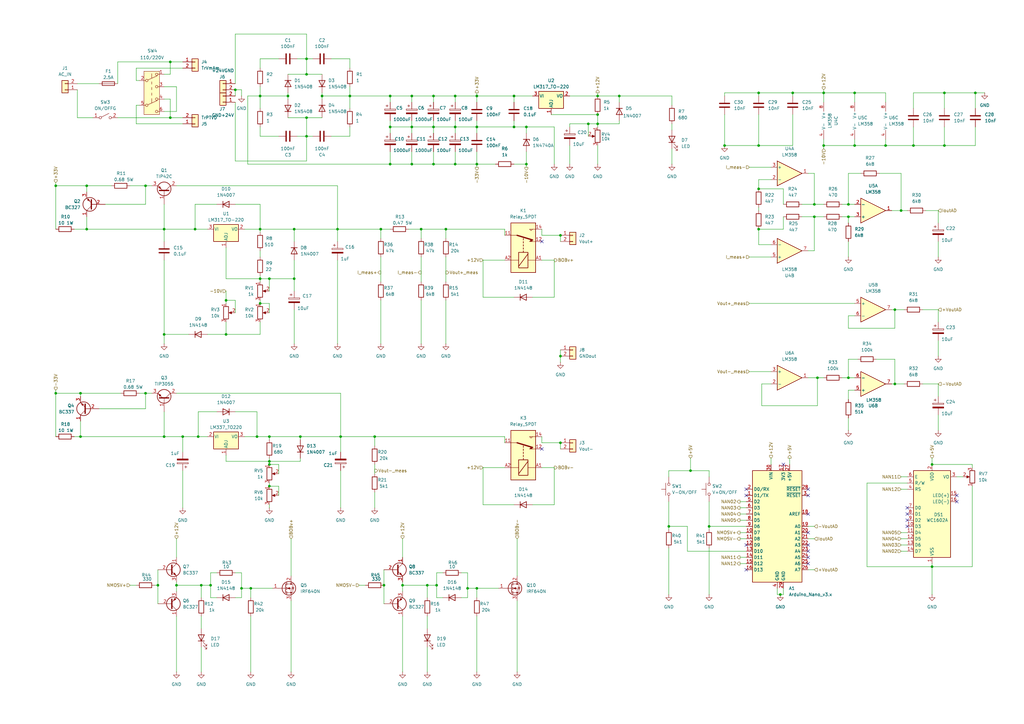
<source format=kicad_sch>
(kicad_sch (version 20231120) (generator "eeschema") (generator_version "8.0")
  (paper "A3")
  (title_block (title "Fonte de Bancada Linear 48W") (date "2024-04-19") (rev "01") (company "LGM Eletrônica") (comment 1 "Eng. Leonardo Gomes Magalhães") (comment 2 "0 - 24V, 2A"))
  (junction (at 337.82 38.1))
  (junction (at 110.49 190.5))
  (junction (at 125.73 48.26))
  (junction (at 334.01 83.82))
  (junction (at 99.06 241.3))
  (junction (at 106.68 93.98))
  (junction (at 387.35 59.69))
  (junction (at 367.03 157.48))
  (junction (at 274.32 215.9))
  (junction (at 86.36 240.03))
  (junction (at 374.65 59.69))
  (junction (at 35.56 93.98))
  (junction (at 168.91 39.37))
  (junction (at 369.57 86.36))
  (junction (at 106.68 124.46))
  (junction (at 118.11 39.37))
  (junction (at 400.05 38.1))
  (junction (at 290.83 215.9))
  (junction (at 67.31 93.98))
  (junction (at 143.51 39.37))
  (junction (at 96.52 36.83))
  (junction (at 245.11 39.37))
  (junction (at 325.12 38.1))
  (junction (at 156.21 93.98))
  (junction (at 245.11 50.8))
  (junction (at 168.91 67.31))
  (junction (at 22.86 76.2))
  (junction (at 168.91 52.07))
  (junction (at 160.02 52.07))
  (junction (at 81.28 179.07))
  (junction (at 22.86 161.29))
  (junction (at 195.58 39.37))
  (junction (at 132.08 39.37))
  (junction (at 106.68 114.3))
  (junction (at 195.58 241.3))
  (junction (at 67.31 179.07))
  (junction (at 195.58 67.31))
  (junction (at 92.71 137.16))
  (junction (at 106.68 39.37))
  (junction (at 311.15 59.69))
  (junction (at 387.35 38.1))
  (junction (at 165.1 240.03))
  (junction (at 33.02 179.07))
  (junction (at 382.27 190.5))
  (junction (at 350.52 59.69))
  (junction (at 186.69 39.37))
  (junction (at 382.27 232.41))
  (junction (at 350.52 38.1))
  (junction (at 175.26 240.03))
  (junction (at 229.87 146.05))
  (junction (at 177.8 52.07))
  (junction (at 177.8 39.37))
  (junction (at 105.41 179.07))
  (junction (at 67.31 137.16))
  (junction (at 186.69 67.31))
  (junction (at 120.65 93.98))
  (junction (at 125.73 24.13))
  (junction (at 92.71 123.19))
  (junction (at 157.48 240.03))
  (junction (at 160.02 67.31))
  (junction (at 254 39.37))
  (junction (at 337.82 59.69))
  (junction (at 215.9 52.07))
  (junction (at 125.73 55.88))
  (junction (at 72.39 240.03))
  (junction (at 195.58 52.07))
  (junction (at 367.03 127))
  (junction (at 138.43 93.98))
  (junction (at 59.69 161.29))
  (junction (at 347.98 154.94))
  (junction (at 74.93 179.07))
  (junction (at 160.02 39.37))
  (junction (at 182.88 93.98))
  (junction (at 229.87 96.52))
  (junction (at 363.22 59.69))
  (junction (at 110.49 114.3))
  (junction (at 69.85 48.26))
  (junction (at 179.07 240.03))
  (junction (at 110.49 179.07))
  (junction (at 82.55 240.03))
  (junction (at 120.65 114.3))
  (junction (at 229.87 181.61))
  (junction (at 245.11 46.99))
  (junction (at 33.02 161.29))
  (junction (at 153.67 179.07))
  (junction (at 80.01 93.98))
  (junction (at 334.01 88.9))
  (junction (at 210.82 52.07))
  (junction (at 241.3 50.8))
  (junction (at 347.98 88.9))
  (junction (at 297.18 59.69))
  (junction (at 69.85 25.4))
  (junction (at 191.77 241.3))
  (junction (at 320.04 243.84))
  (junction (at 102.87 241.3))
  (junction (at 125.73 30.48))
  (junction (at 139.7 179.07))
  (junction (at 311.15 93.98))
  (junction (at 311.15 77.47))
  (junction (at 215.9 67.31))
  (junction (at 110.49 189.23))
  (junction (at 35.56 76.2))
  (junction (at 347.98 83.82))
  (junction (at 311.15 38.1))
  (junction (at 283.21 193.04))
  (junction (at 123.19 179.07))
  (junction (at 210.82 39.37))
  (junction (at 59.69 76.2))
  (junction (at 172.72 93.98))
  (junction (at 177.8 67.31))
  (junction (at 64.77 240.03))
  (junction (at 186.69 52.07))
  (junction (at 335.28 154.94))
  (junction (at 110.49 199.39))
  (no_connect (at 331.47 223.52))
  (no_connect (at 331.47 231.14))
  (no_connect (at 306.07 200.66))
  (no_connect (at 306.07 223.52))
  (no_connect (at 372.11 208.28))
  (no_connect (at 222.25 184.15))
  (no_connect (at 321.31 190.5))
  (no_connect (at 331.47 200.66))
  (no_connect (at 331.47 218.44))
  (no_connect (at 331.47 203.2))
  (no_connect (at 372.11 210.82))
  (no_connect (at 372.11 213.36))
  (no_connect (at 392.43 205.74))
  (no_connect (at 331.47 228.6))
  (no_connect (at 372.11 215.9))
  (no_connect (at 222.25 99.06))
  (no_connect (at 306.07 203.2))
  (no_connect (at 392.43 203.2))
  (no_connect (at 331.47 210.82))
  (no_connect (at 331.47 226.06))
  (no_connect (at 306.07 233.68))
  (wire (pts (xy 125.73 55.88) (xy 128.27 55.88)))
  (wire (pts (xy 105.41 168.91) (xy 105.41 179.07)))
  (wire (pts (xy 96.52 123.19) (xy 96.52 128.27)))
  (wire (pts (xy 106.68 114.3) (xy 110.49 114.3)))
  (wire (pts (xy 110.49 119.38) (xy 110.49 114.3)))
  (wire (pts (xy 30.48 179.07) (xy 33.02 179.07)))
  (wire (pts (xy 86.36 240.03) (xy 86.36 245.11)))
  (wire (pts (xy 245.11 46.99) (xy 245.11 50.8)))
  (wire (pts (xy 207.01 179.07) (xy 207.01 181.61)))
  (wire (pts (xy 74.93 179.07) (xy 81.28 179.07)))
  (wire (pts (xy 378.46 157.48) (xy 384.81 157.48)))
  (wire (pts (xy 33.02 161.29) (xy 49.53 161.29)))
  (wire (pts (xy 138.43 93.98) (xy 138.43 99.06)))
  (wire (pts (xy 245.11 38.1) (xy 245.11 39.37)))
  (wire (pts (xy 281.94 215.9) (xy 274.32 215.9)))
  (wire (pts (xy 195.58 67.31) (xy 195.58 68.58)))
  (wire (pts (xy 72.39 252.73) (xy 72.39 275.59)))
  (wire (pts (xy 337.82 57.15) (xy 337.82 59.69)))
  (wire (pts (xy 168.91 67.31) (xy 177.8 67.31)))
  (wire (pts (xy 367.03 127) (xy 370.84 127)))
  (wire (pts (xy 55.88 43.18) (xy 57.15 43.18)))
  (wire (pts (xy 321.31 88.9) (xy 321.31 93.98)))
  (wire (pts (xy 328.93 88.9) (xy 334.01 88.9)))
  (wire (pts (xy 177.8 52.07) (xy 168.91 52.07)))
  (wire (pts (xy 210.82 52.07) (xy 215.9 52.07)))
  (wire (pts (xy 177.8 39.37) (xy 186.69 39.37)))
  (wire (pts (xy 106.68 39.37) (xy 101.6 39.37)))
  (wire (pts (xy 55.88 50.8) (xy 55.88 43.18)))
  (wire (pts (xy 92.71 189.23) (xy 110.49 189.23)))
  (wire (pts (xy 35.56 88.9) (xy 35.56 93.98)))
  (wire (pts (xy 374.65 38.1) (xy 387.35 38.1)))
  (wire (pts (xy 334.01 83.82) (xy 328.93 83.82)))
  (wire (pts (xy 67.31 93.98) (xy 80.01 93.98)))
  (wire (pts (xy 226.06 46.99) (xy 245.11 46.99)))
  (wire (pts (xy 92.71 119.38) (xy 92.71 123.19)))
  (wire (pts (xy 72.39 240.03) (xy 82.55 240.03)))
  (wire (pts (xy 359.41 147.32) (xy 367.03 147.32)))
  (wire (pts (xy 347.98 71.12) (xy 353.06 71.12)))
  (wire (pts (xy 120.65 127) (xy 120.65 140.97)))
  (wire (pts (xy 345.44 154.94) (xy 347.98 154.94)))
  (wire (pts (xy 177.8 39.37) (xy 177.8 41.91)))
  (wire (pts (xy 325.12 59.69) (xy 325.12 46.99)))
  (wire (pts (xy 72.39 35.56) (xy 72.39 45.72)))
  (wire (pts (xy 139.7 161.29) (xy 139.7 179.07)))
  (wire (pts (xy 365.76 86.36) (xy 369.57 86.36)))
  (wire (pts (xy 132.08 39.37) (xy 132.08 40.64)))
  (wire (pts (xy 387.35 59.69) (xy 400.05 59.69)))
  (wire (pts (xy 222.25 191.77) (xy 227.33 191.77)))
  (wire (pts (xy 168.91 62.23) (xy 168.91 67.31)))
  (wire (pts (xy 40.64 167.64) (xy 59.69 167.64)))
  (wire (pts (xy 384.81 99.06) (xy 384.81 105.41)))
  (wire (pts (xy 43.18 83.82) (xy 59.69 83.82)))
  (wire (pts (xy 387.35 38.1) (xy 387.35 44.45)))
  (wire (pts (xy 106.68 27.94) (xy 106.68 24.13)))
  (wire (pts (xy 335.28 154.94) (xy 335.28 166.37)))
  (wire (pts (xy 227.33 207.01) (xy 227.33 191.77)))
  (wire (pts (xy 160.02 39.37) (xy 160.02 41.91)))
  (wire (pts (xy 387.35 38.1) (xy 400.05 38.1)))
  (wire (pts (xy 99.06 241.3) (xy 99.06 245.11)))
  (wire (pts (xy 22.86 74.93) (xy 22.86 76.2)))
  (wire (pts (xy 165.1 238.76) (xy 165.1 240.03)))
  (wire (pts (xy 369.57 220.98) (xy 372.11 220.98)))
  (wire (pts (xy 222.25 181.61) (xy 229.87 181.61)))
  (wire (pts (xy 35.56 76.2) (xy 45.72 76.2)))
  (wire (pts (xy 233.68 67.31) (xy 233.68 59.69)))
  (wire (pts (xy 114.3 194.31) (xy 114.3 190.5)))
  (wire (pts (xy 33.02 161.29) (xy 33.02 162.56)))
  (wire (pts (xy 67.31 106.68) (xy 67.31 137.16)))
  (wire (pts (xy 123.19 189.23) (xy 110.49 189.23)))
  (wire (pts (xy 96.52 13.97) (xy 96.52 34.29)))
  (wire (pts (xy 177.8 52.07) (xy 177.8 54.61)))
  (wire (pts (xy 125.73 24.13) (xy 125.73 13.97)))
  (wire (pts (xy 195.58 252.73) (xy 195.58 275.59)))
  (wire (pts (xy 118.11 39.37) (xy 118.11 40.64)))
  (wire (pts (xy 55.88 27.94) (xy 55.88 33.02)))
  (wire (pts (xy 123.19 179.07) (xy 139.7 179.07)))
  (wire (pts (xy 222.25 179.07) (xy 222.25 181.61)))
  (wire (pts (xy 345.44 83.82) (xy 347.98 83.82)))
  (wire (pts (xy 92.71 137.16) (xy 85.09 137.16)))
  (wire (pts (xy 106.68 113.03) (xy 106.68 114.3)))
  (wire (pts (xy 369.57 195.58) (xy 372.11 195.58)))
  (wire (pts (xy 312.42 166.37) (xy 312.42 157.48)))
  (wire (pts (xy 143.51 24.13) (xy 143.51 27.94)))
  (wire (pts (xy 334.01 71.12) (xy 334.01 83.82)))
  (wire (pts (xy 337.82 59.69) (xy 337.82 60.96)))
  (wire (pts (xy 96.52 234.95) (xy 99.06 234.95)))
  (wire (pts (xy 229.87 181.61) (xy 229.87 184.15)))
  (wire (pts (xy 177.8 67.31) (xy 186.69 67.31)))
  (wire (pts (xy 139.7 179.07) (xy 153.67 179.07)))
  (wire (pts (xy 92.71 123.19) (xy 92.71 124.46)))
  (wire (pts (xy 195.58 49.53) (xy 195.58 52.07)))
  (wire (pts (xy 67.31 168.91) (xy 67.31 179.07)))
  (wire (pts (xy 67.31 35.56) (xy 72.39 35.56)))
  (wire (pts (xy 106.68 93.98) (xy 120.65 93.98)))
  (wire (pts (xy 67.31 179.07) (xy 74.93 179.07)))
  (wire (pts (xy 191.77 241.3) (xy 191.77 245.11)))
  (wire (pts (xy 195.58 39.37) (xy 210.82 39.37)))
  (wire (pts (xy 86.36 234.95) (xy 86.36 240.03)))
  (wire (pts (xy 156.21 105.41) (xy 156.21 115.57)))
  (wire (pts (xy 400.05 59.69) (xy 400.05 52.07)))
  (wire (pts (xy 320.04 243.84) (xy 321.31 243.84)))
  (wire (pts (xy 303.53 220.98) (xy 306.07 220.98)))
  (wire (pts (xy 345.44 88.9) (xy 347.98 88.9)))
  (wire (pts (xy 110.49 189.23) (xy 110.49 190.5)))
  (wire (pts (xy 274.32 224.79) (xy 274.32 243.84)))
  (wire (pts (xy 195.58 67.31) (xy 203.2 67.31)))
  (wire (pts (xy 82.55 252.73) (xy 82.55 257.81)))
  (wire (pts (xy 374.65 44.45) (xy 374.65 38.1)))
  (wire (pts (xy 398.78 199.39) (xy 398.78 232.41)))
  (wire (pts (xy 254 39.37) (xy 275.59 39.37)))
  (wire (pts (xy 106.68 83.82) (xy 106.68 93.98)))
  (wire (pts (xy 172.72 105.41) (xy 172.72 115.57)))
  (wire (pts (xy 337.82 59.69) (xy 350.52 59.69)))
  (wire (pts (xy 400.05 38.1) (xy 400.05 44.45)))
  (wire (pts (xy 347.98 88.9) (xy 347.98 91.44)))
  (wire (pts (xy 99.06 39.37) (xy 99.06 36.83)))
  (wire (pts (xy 82.55 240.03) (xy 82.55 245.11)))
  (wire (pts (xy 121.92 24.13) (xy 125.73 24.13)))
  (wire (pts (xy 347.98 88.9) (xy 350.52 88.9)))
  (wire (pts (xy 374.65 59.69) (xy 374.65 52.07)))
  (wire (pts (xy 125.73 24.13) (xy 128.27 24.13)))
  (wire (pts (xy 125.73 24.13) (xy 125.73 30.48)))
  (wire (pts (xy 334.01 233.68) (xy 331.47 233.68)))
  (wire (pts (xy 168.91 49.53) (xy 168.91 52.07)))
  (wire (pts (xy 337.82 38.1) (xy 337.82 41.91)))
  (wire (pts (xy 69.85 25.4) (xy 74.93 25.4)))
  (wire (pts (xy 53.34 240.03) (xy 55.88 240.03)))
  (wire (pts (xy 110.49 124.46) (xy 106.68 124.46)))
  (wire (pts (xy 321.31 83.82) (xy 321.31 77.47)))
  (wire (pts (xy 290.83 205.74) (xy 290.83 215.9)))
  (wire (pts (xy 72.39 45.72) (xy 67.31 45.72)))
  (wire (pts (xy 72.39 220.98) (xy 72.39 228.6)))
  (wire (pts (xy 96.52 41.91) (xy 96.52 66.04)))
  (wire (pts (xy 290.83 215.9) (xy 306.07 215.9)))
  (wire (pts (xy 233.68 39.37) (xy 245.11 39.37)))
  (wire (pts (xy 347.98 171.45) (xy 347.98 176.53)))
  (wire (pts (xy 120.65 93.98) (xy 120.65 99.06)))
  (wire (pts (xy 80.01 93.98) (xy 85.09 93.98)))
  (wire (pts (xy 369.57 200.66) (xy 372.11 200.66)))
  (wire (pts (xy 120.65 93.98) (xy 138.43 93.98)))
  (wire (pts (xy 175.26 252.73) (xy 175.26 257.81)))
  (wire (pts (xy 222.25 93.98) (xy 222.25 96.52)))
  (wire (pts (xy 186.69 62.23) (xy 186.69 67.31)))
  (wire (pts (xy 22.86 160.02) (xy 22.86 161.29)))
  (wire (pts (xy 347.98 83.82) (xy 350.52 83.82)))
  (wire (pts (xy 198.12 191.77) (xy 207.01 191.77)))
  (wire (pts (xy 132.08 38.1) (xy 132.08 39.37)))
  (wire (pts (xy 311.15 100.33) (xy 316.23 100.33)))
  (wire (pts (xy 311.15 85.09) (xy 311.15 86.36)))
  (wire (pts (xy 69.85 30.48) (xy 69.85 25.4)))
  (wire (pts (xy 303.53 228.6) (xy 306.07 228.6)))
  (wire (pts (xy 307.34 152.4) (xy 316.23 152.4)))
  (wire (pts (xy 198.12 207.01) (xy 198.12 191.77)))
  (wire (pts (xy 347.98 83.82) (xy 347.98 71.12)))
  (wire (pts (xy 229.87 143.51) (xy 229.87 146.05)))
  (wire (pts (xy 99.06 245.11) (xy 96.52 245.11)))
  (wire (pts (xy 222.25 96.52) (xy 229.87 96.52)))
  (wire (pts (xy 106.68 132.08) (xy 106.68 137.16)))
  (wire (pts (xy 59.69 83.82) (xy 59.69 76.2)))
  (wire (pts (xy 307.34 68.58) (xy 316.23 68.58)))
  (wire (pts (xy 303.53 210.82) (xy 306.07 210.82)))
  (wire (pts (xy 110.49 179.07) (xy 123.19 179.07)))
  (wire (pts (xy 143.51 55.88) (xy 135.89 55.88)))
  (wire (pts (xy 275.59 60.96) (xy 275.59 67.31)))
  (wire (pts (xy 64.77 233.68) (xy 64.77 240.03)))
  (wire (pts (xy 195.58 52.07) (xy 195.58 54.61)))
  (wire (pts (xy 218.44 121.92) (xy 227.33 121.92)))
  (wire (pts (xy 118.11 38.1) (xy 118.11 39.37)))
  (wire (pts (xy 215.9 67.31) (xy 215.9 68.58)))
  (wire (pts (xy 67.31 137.16) (xy 77.47 137.16)))
  (wire (pts (xy 138.43 93.98) (xy 156.21 93.98)))
  (wire (pts (xy 191.77 241.3) (xy 195.58 241.3)))
  (wire (pts (xy 160.02 39.37) (xy 168.91 39.37)))
  (wire (pts (xy 72.39 240.03) (xy 72.39 242.57)))
  (wire (pts (xy 48.26 34.29) (xy 48.26 25.4)))
  (wire (pts (xy 59.69 161.29) (xy 62.23 161.29)))
  (wire (pts (xy 215.9 52.07) (xy 227.33 52.07)))
  (wire (pts (xy 350.52 57.15) (xy 350.52 59.69)))
  (wire (pts (xy 347.98 134.62) (xy 367.03 134.62)))
  (wire (pts (xy 303.53 205.74) (xy 306.07 205.74)))
  (wire (pts (xy 22.86 161.29) (xy 22.86 179.07)))
  (wire (pts (xy 143.51 39.37) (xy 160.02 39.37)))
  (wire (pts (xy 274.32 193.04) (xy 283.21 193.04)))
  (wire (pts (xy 69.85 40.64) (xy 69.85 48.26)))
  (wire (pts (xy 92.71 186.69) (xy 92.71 189.23)))
  (wire (pts (xy 337.82 38.1) (xy 325.12 38.1)))
  (wire (pts (xy 245.11 50.8) (xy 245.11 52.07)))
  (wire (pts (xy 125.73 66.04) (xy 96.52 66.04)))
  (wire (pts (xy 254 39.37) (xy 254 41.91)))
  (wire (pts (xy 33.02 172.72) (xy 33.02 179.07)))
  (wire (pts (xy 143.51 35.56) (xy 143.51 39.37)))
  (wire (pts (xy 347.98 129.54) (xy 347.98 134.62)))
  (wire (pts (xy 177.8 49.53) (xy 177.8 52.07)))
  (wire (pts (xy 350.52 38.1) (xy 363.22 38.1)))
  (wire (pts (xy 378.46 127) (xy 384.81 127)))
  (wire (pts (xy 198.12 106.68) (xy 207.01 106.68)))
  (wire (pts (xy 191.77 234.95) (xy 191.77 241.3)))
  (wire (pts (xy 325.12 38.1) (xy 325.12 39.37)))
  (wire (pts (xy 275.59 50.8) (xy 275.59 53.34)))
  (wire (pts (xy 210.82 49.53) (xy 210.82 52.07)))
  (wire (pts (xy 382.27 187.96) (xy 382.27 190.5)))
  (wire (pts (xy 99.06 36.83) (xy 96.52 36.83)))
  (wire (pts (xy 106.68 39.37) (xy 106.68 44.45)))
  (wire (pts (xy 325.12 38.1) (xy 311.15 38.1)))
  (wire (pts (xy 195.58 52.07) (xy 210.82 52.07)))
  (wire (pts (xy 114.3 190.5) (xy 110.49 190.5)))
  (wire (pts (xy 335.28 166.37) (xy 312.42 166.37)))
  (wire (pts (xy 143.51 39.37) (xy 143.51 44.45)))
  (wire (pts (xy 306.07 226.06) (xy 281.94 226.06)))
  (wire (pts (xy 274.32 193.04) (xy 274.32 195.58)))
  (wire (pts (xy 118.11 48.26) (xy 125.73 48.26)))
  (wire (pts (xy 303.53 213.36) (xy 306.07 213.36)))
  (wire (pts (xy 274.32 215.9) (xy 274.32 217.17)))
  (wire (pts (xy 360.68 71.12) (xy 369.57 71.12)))
  (wire (pts (xy 168.91 39.37) (xy 168.91 41.91)))
  (wire (pts (xy 143.51 52.07) (xy 143.51 55.88)))
  (wire (pts (xy 82.55 265.43) (xy 82.55 275.59)))
  (wire (pts (xy 311.15 38.1) (xy 311.15 39.37)))
  (wire (pts (xy 392.43 195.58) (xy 394.97 195.58)))
  (wire (pts (xy 369.57 218.44) (xy 372.11 218.44)))
  (wire (pts (xy 156.21 93.98) (xy 160.02 93.98)))
  (wire (pts (xy 290.83 215.9) (xy 290.83 217.17)))
  (wire (pts (xy 147.32 240.03) (xy 149.86 240.03)))
  (wire (pts (xy 363.22 59.69) (xy 374.65 59.69)))
  (wire (pts (xy 241.3 55.88) (xy 241.3 50.8)))
  (wire (pts (xy 175.26 265.43) (xy 175.26 275.59)))
  (wire (pts (xy 80.01 83.82) (xy 80.01 93.98)))
  (wire (pts (xy 369.57 86.36) (xy 372.11 86.36)))
  (wire (pts (xy 106.68 24.13) (xy 114.3 24.13)))
  (wire (pts (xy 363.22 38.1) (xy 363.22 41.91)))
  (wire (pts (xy 210.82 39.37) (xy 218.44 39.37)))
  (wire (pts (xy 88.9 168.91) (xy 81.28 168.91)))
  (wire (pts (xy 55.88 33.02) (xy 57.15 33.02)))
  (wire (pts (xy 191.77 245.11) (xy 189.23 245.11)))
  (wire (pts (xy 334.01 220.98) (xy 331.47 220.98)))
  (wire (pts (xy 382.27 190.5) (xy 398.78 190.5)))
  (wire (pts (xy 198.12 121.92) (xy 198.12 106.68)))
  (wire (pts (xy 121.92 55.88) (xy 125.73 55.88)))
  (wire (pts (xy 384.81 139.7) (xy 384.81 146.05)))
  (wire (pts (xy 365.76 127) (xy 367.03 127)))
  (wire (pts (xy 331.47 154.94) (xy 335.28 154.94)))
  (wire (pts (xy 157.48 233.68) (xy 157.48 240.03)))
  (wire (pts (xy 165.1 252.73) (xy 165.1 275.59)))
  (wire (pts (xy 311.15 59.69) (xy 325.12 59.69)))
  (wire (pts (xy 81.28 168.91) (xy 81.28 179.07)))
  (wire (pts (xy 120.65 106.68) (xy 120.65 114.3)))
  (wire (pts (xy 106.68 35.56) (xy 106.68 39.37)))
  (wire (pts (xy 215.9 62.23) (xy 215.9 67.31)))
  (wire (pts (xy 372.11 198.12) (xy 355.6 198.12)))
  (wire (pts (xy 81.28 179.07) (xy 85.09 179.07)))
  (wire (pts (xy 102.87 245.11) (xy 102.87 241.3)))
  (wire (pts (xy 55.88 27.94) (xy 74.93 27.94)))
  (wire (pts (xy 182.88 93.98) (xy 182.88 97.79)))
  (wire (pts (xy 369.57 223.52) (xy 372.11 223.52)))
  (wire (pts (xy 318.77 243.84) (xy 320.04 243.84)))
  (wire (pts (xy 119.38 220.98) (xy 119.38 236.22)))
  (wire (pts (xy 74.93 193.04) (xy 74.93 208.28)))
  (wire (pts (xy 398.78 232.41) (xy 382.27 232.41)))
  (wire (pts (xy 210.82 39.37) (xy 210.82 41.91)))
  (wire (pts (xy 156.21 93.98) (xy 156.21 97.79)))
  (wire (pts (xy 114.3 203.2) (xy 114.3 199.39)))
  (wire (pts (xy 106.68 102.87) (xy 106.68 105.41)))
  (wire (pts (xy 48.26 25.4) (xy 69.85 25.4)))
  (wire (pts (xy 384.81 127) (xy 384.81 132.08)))
  (wire (pts (xy 67.31 30.48) (xy 69.85 30.48)))
  (wire (pts (xy 92.71 101.6) (xy 92.71 114.3)))
  (wire (pts (xy 311.15 93.98) (xy 311.15 100.33)))
  (wire (pts (xy 168.91 52.07) (xy 160.02 52.07)))
  (wire (pts (xy 323.85 187.96) (xy 323.85 190.5)))
  (wire (pts (xy 321.31 241.3) (xy 321.31 243.84)))
  (wire (pts (xy 369.57 71.12) (xy 369.57 86.36)))
  (wire (pts (xy 335.28 154.94) (xy 337.82 154.94)))
  (wire (pts (xy 22.86 161.29) (xy 33.02 161.29)))
  (wire (pts (xy 165.1 240.03) (xy 175.26 240.03)))
  (wire (pts (xy 106.68 52.07) (xy 106.68 55.88)))
  (wire (pts (xy 218.44 207.01) (xy 227.33 207.01)))
  (wire (pts (xy 297.18 59.69) (xy 311.15 59.69)))
  (wire (pts (xy 318.77 241.3) (xy 318.77 243.84)))
  (wire (pts (xy 303.53 231.14) (xy 306.07 231.14)))
  (wire (pts (xy 118.11 30.48) (xy 125.73 30.48)))
  (wire (pts (xy 110.49 128.27) (xy 110.49 124.46)))
  (wire (pts (xy 125.73 48.26) (xy 132.08 48.26)))
  (wire (pts (xy 160.02 52.07) (xy 160.02 49.53)))
  (wire (pts (xy 96.52 123.19) (xy 92.71 123.19)))
  (wire (pts (xy 165.1 240.03) (xy 165.1 242.57)))
  (wire (pts (xy 69.85 48.26) (xy 74.93 48.26)))
  (wire (pts (xy 168.91 39.37) (xy 177.8 39.37)))
  (wire (pts (xy 182.88 105.41) (xy 182.88 115.57)))
  (wire (pts (xy 400.05 38.1) (xy 403.86 38.1)))
  (wire (pts (xy 297.18 46.99) (xy 297.18 59.69)))
  (wire (pts (xy 334.01 83.82) (xy 337.82 83.82)))
  (wire (pts (xy 123.19 187.96) (xy 123.19 189.23)))
  (wire (pts (xy 179.07 240.03) (xy 179.07 245.11)))
  (wire (pts (xy 102.87 241.3) (xy 111.76 241.3)))
  (wire (pts (xy 195.58 67.31) (xy 195.58 62.23)))
  (wire (pts (xy 125.73 13.97) (xy 96.52 13.97)))
  (wire (pts (xy 135.89 24.13) (xy 143.51 24.13)))
  (wire (pts (xy 139.7 179.07) (xy 139.7 185.42)))
  (wire (pts (xy 92.71 114.3) (xy 106.68 114.3)))
  (wire (pts (xy 59.69 76.2) (xy 62.23 76.2)))
  (wire (pts (xy 254 50.8) (xy 245.11 50.8)))
  (wire (pts (xy 101.6 67.31) (xy 160.02 67.31)))
  (wire (pts (xy 53.34 76.2) (xy 59.69 76.2)))
  (wire (pts (xy 175.26 240.03) (xy 175.26 245.11)))
  (wire (pts (xy 132.08 39.37) (xy 143.51 39.37)))
  (wire (pts (xy 347.98 154.94) (xy 347.98 147.32)))
  (wire (pts (xy 195.58 52.07) (xy 186.69 52.07)))
  (wire (pts (xy 59.69 167.64) (xy 59.69 161.29)))
  (wire (pts (xy 312.42 157.48) (xy 316.23 157.48)))
  (wire (pts (xy 233.68 50.8) (xy 241.3 50.8)))
  (wire (pts (xy 67.31 99.06) (xy 67.31 93.98)))
  (wire (pts (xy 110.49 180.34) (xy 110.49 179.07)))
  (wire (pts (xy 215.9 52.07) (xy 215.9 54.61)))
  (wire (pts (xy 172.72 123.19) (xy 172.72 140.97)))
  (wire (pts (xy 334.01 88.9) (xy 334.01 102.87)))
  (wire (pts (xy 106.68 123.19) (xy 106.68 124.46)))
  (wire (pts (xy 156.21 123.19) (xy 156.21 140.97)))
  (wire (pts (xy 337.82 38.1) (xy 350.52 38.1)))
  (wire (pts (xy 33.02 179.07) (xy 67.31 179.07)))
  (wire (pts (xy 227.33 121.92) (xy 227.33 106.68)))
  (wire (pts (xy 88.9 83.82) (xy 80.01 83.82)))
  (wire (pts (xy 153.67 190.5) (xy 153.67 194.31)))
  (wire (pts (xy 186.69 52.07) (xy 186.69 54.61)))
  (wire (pts (xy 35.56 78.74) (xy 35.56 76.2)))
  (wire (pts (xy 100.33 93.98) (xy 106.68 93.98)))
  (wire (pts (xy 245.11 39.37) (xy 254 39.37)))
  (wire (pts (xy 172.72 93.98) (xy 172.72 97.79)))
  (wire (pts (xy 168.91 52.07) (xy 168.91 54.61)))
  (wire (pts (xy 350.52 160.02) (xy 347.98 160.02)))
  (wire (pts (xy 110.49 179.07) (xy 105.41 179.07)))
  (wire (pts (xy 96.52 83.82) (xy 106.68 83.82)))
  (wire (pts (xy 398.78 190.5) (xy 398.78 191.77)))
  (wire (pts (xy 254 49.53) (xy 254 50.8)))
  (wire (pts (xy 387.35 59.69) (xy 387.35 52.07)))
  (wire (pts (xy 74.93 179.07) (xy 74.93 185.42)))
  (wire (pts (xy 189.23 234.95) (xy 191.77 234.95)))
  (wire (pts (xy 67.31 137.16) (xy 67.31 140.97)))
  (wire (pts (xy 311.15 73.66) (xy 311.15 77.47)))
  (wire (pts (xy 31.75 34.29) (xy 40.64 34.29)))
  (wire (pts (xy 229.87 146.05) (xy 229.87 148.59)))
  (wire (pts (xy 31.75 48.26) (xy 38.1 48.26)))
  (wire (pts (xy 316.23 187.96) (xy 316.23 190.5)))
  (wire (pts (xy 222.25 106.68) (xy 227.33 106.68)))
  (wire (pts (xy 195.58 39.37) (xy 195.58 41.91)))
  (wire (pts (xy 31.75 36.83) (xy 31.75 48.26)))
  (wire (pts (xy 311.15 59.69) (xy 311.15 46.99)))
  (wire (pts (xy 165.1 220.98) (xy 165.1 228.6)))
  (wire (pts (xy 369.57 226.06) (xy 372.11 226.06)))
  (wire (pts (xy 167.64 93.98) (xy 172.72 93.98)))
  (wire (pts (xy 384.81 170.18) (xy 384.81 176.53)))
  (wire (pts (xy 138.43 106.68) (xy 138.43 140.97)))
  (wire (pts (xy 186.69 49.53) (xy 186.69 52.07)))
  (wire (pts (xy 186.69 39.37) (xy 195.58 39.37)))
  (wire (pts (xy 283.21 193.04) (xy 290.83 193.04)))
  (wire (pts (xy 182.88 93.98) (xy 207.01 93.98)))
  (wire (pts (xy 67.31 40.64) (xy 69.85 40.64)))
  (wire (pts (xy 99.06 241.3) (xy 102.87 241.3)))
  (wire (pts (xy 106.68 39.37) (xy 118.11 39.37)))
  (wire (pts (xy 384.81 157.48) (xy 384.81 162.56)))
  (wire (pts (xy 160.02 62.23) (xy 160.02 67.31)))
  (wire (pts (xy 175.26 240.03) (xy 179.07 240.03)))
  (wire (pts (xy 241.3 50.8) (xy 245.11 50.8)))
  (wire (pts (xy 74.93 50.8) (xy 55.88 50.8)))
  (wire (pts (xy 281.94 226.06) (xy 281.94 215.9)))
  (wire (pts (xy 30.48 93.98) (xy 35.56 93.98)))
  (wire (pts (xy 125.73 48.26) (xy 125.73 55.88)))
  (wire (pts (xy 382.27 231.14) (xy 382.27 232.41)))
  (wire (pts (xy 350.52 38.1) (xy 350.52 41.91)))
  (wire (pts (xy 274.32 205.74) (xy 274.32 215.9)))
  (wire (pts (xy 350.52 129.54) (xy 347.98 129.54)))
  (wire (pts (xy 72.39 238.76) (xy 72.39 240.03)))
  (wire (pts (xy 181.61 234.95) (xy 179.07 234.95)))
  (wire (pts (xy 233.68 52.07) (xy 233.68 50.8)))
  (wire (pts (xy 106.68 93.98) (xy 106.68 95.25)))
  (wire (pts (xy 297.18 38.1) (xy 297.18 39.37)))
  (wire (pts (xy 379.73 86.36) (xy 384.81 86.36)))
  (wire (pts (xy 334.01 102.87) (xy 331.47 102.87)))
  (wire (pts (xy 63.5 240.03) (xy 64.77 240.03)))
  (wire (pts (xy 334.01 215.9) (xy 331.47 215.9)))
  (wire (pts (xy 123.19 179.07) (xy 123.19 180.34)))
  (wire (pts (xy 110.49 207.01) (xy 110.49 208.28)))
  (wire (pts (xy 316.23 73.66) (xy 311.15 73.66)))
  (wire (pts (xy 363.22 57.15) (xy 363.22 59.69)))
  (wire (pts (xy 195.58 241.3) (xy 204.47 241.3)))
  (wire (pts (xy 275.59 39.37) (xy 275.59 43.18)))
  (wire (pts (xy 334.01 88.9) (xy 337.82 88.9)))
  (wire (pts (xy 153.67 179.07) (xy 207.01 179.07)))
  (wire (pts (xy 198.12 207.01) (xy 210.82 207.01)))
  (wire (pts (xy 198.12 121.92) (xy 210.82 121.92)))
  (wire (pts (xy 347.98 160.02) (xy 347.98 163.83)))
  (wire (pts (xy 367.03 147.32) (xy 367.03 157.48)))
  (wire (pts (xy 106.68 114.3) (xy 106.68 115.57)))
  (wire (pts (xy 88.9 234.95) (xy 86.36 234.95)))
  (wire (pts (xy 227.33 52.07) (xy 227.33 67.31)))
  (wire (pts (xy 367.03 134.62) (xy 367.03 127)))
  (wire (pts (xy 157.48 240.03) (xy 157.48 247.65)))
  (wire (pts (xy 139.7 193.04) (xy 139.7 208.28)))
  (wire (pts (xy 99.06 234.95) (xy 99.06 241.3)))
  (wire (pts (xy 114.3 199.39) (xy 110.49 199.39)))
  (wire (pts (xy 355.6 198.12) (xy 355.6 232.41)))
  (wire (pts (xy 347.98 147.32) (xy 351.79 147.32)))
  (wire (pts (xy 186.69 67.31) (xy 195.58 67.31)))
  (wire (pts (xy 67.31 83.82) (xy 67.31 93.98)))
  (wire (pts (xy 182.88 123.19) (xy 182.88 140.97)))
  (wire (pts (xy 367.03 157.48) (xy 370.84 157.48)))
  (wire (pts (xy 195.58 245.11) (xy 195.58 241.3)))
  (wire (pts (xy 101.6 39.37) (xy 101.6 67.31)))
  (wire (pts (xy 303.53 208.28) (xy 306.07 208.28)))
  (wire (pts (xy 212.09 220.98) (xy 212.09 236.22)))
  (wire (pts (xy 35.56 93.98) (xy 67.31 93.98)))
  (wire (pts (xy 72.39 76.2) (xy 138.43 76.2)))
  (wire (pts (xy 290.83 193.04) (xy 290.83 195.58)))
  (wire (pts (xy 337.82 36.83) (xy 337.82 38.1)))
  (wire (pts (xy 350.52 59.69) (xy 363.22 59.69)))
  (wire (pts (xy 307.34 124.46) (xy 350.52 124.46)))
  (wire (pts (xy 48.26 48.26) (xy 69.85 48.26)))
  (wire (pts (xy 212.09 246.38) (xy 212.09 275.59)))
  (wire (pts (xy 160.02 52.07) (xy 160.02 54.61)))
  (wire (pts (xy 186.69 39.37) (xy 186.69 41.91)))
  (wire (pts (xy 347.98 99.06) (xy 347.98 105.41)))
  (wire (pts (xy 153.67 179.07) (xy 153.67 182.88)))
  (wire (pts (xy 195.58 38.1) (xy 195.58 39.37)))
  (wire (pts (xy 22.86 93.98) (xy 22.86 76.2)))
  (wire (pts (xy 22.86 76.2) (xy 35.56 76.2)))
  (wire (pts (xy 125.73 30.48) (xy 132.08 30.48)))
  (wire (pts (xy 110.49 189.23) (xy 110.49 187.96)))
  (wire (pts (xy 64.77 240.03) (xy 64.77 247.65)))
  (wire (pts (xy 138.43 76.2) (xy 138.43 93.98)))
  (wire (pts (xy 105.41 179.07) (xy 100.33 179.07)))
  (wire (pts (xy 106.68 55.88) (xy 114.3 55.88)))
  (wire (pts (xy 355.6 232.41) (xy 382.27 232.41)))
  (wire (pts (xy 110.49 114.3) (xy 120.65 114.3)))
  (wire (pts (xy 86.36 245.11) (xy 88.9 245.11)))
  (wire (pts (xy 179.07 245.11) (xy 181.61 245.11)))
  (wire (pts (xy 119.38 246.38) (xy 119.38 275.59)))
  (wire (pts (xy 186.69 52.07) (xy 177.8 52.07)))
  (wire (pts (xy 177.8 62.23) (xy 177.8 67.31)))
  (wire (pts (xy 110.49 198.12) (xy 110.49 199.39)))
  (wire (pts (xy 311.15 38.1) (xy 297.18 38.1)))
  (wire (pts (xy 347.98 154.94) (xy 350.52 154.94)))
  (wire (pts (xy 125.73 55.88) (xy 125.73 66.04)))
  (wire (pts (xy 307.34 105.41) (xy 316.23 105.41)))
  (wire (pts (xy 374.65 59.69) (xy 387.35 59.69)))
  (wire (pts (xy 321.31 93.98) (xy 311.15 93.98)))
  (wire (pts (xy 365.76 157.48) (xy 367.03 157.48)))
  (wire (pts (xy 72.39 161.29) (xy 139.7 161.29)))
  (wire (pts (xy 172.72 93.98) (xy 182.88 93.98)))
  (wire (pts (xy 179.07 234.95) (xy 179.07 240.03)))
  (wire (pts (xy 207.01 93.98) (xy 207.01 96.52)))
  (wire (pts (xy 210.82 67.31) (xy 215.9 67.31)))
  (wire (pts (xy 57.15 161.29) (xy 59.69 161.29)))
  (wire (pts (xy 153.67 201.93) (xy 153.67 208.28)))
  (wire (pts (xy 229.87 96.52) (xy 229.87 99.06)))
  (wire (pts (xy 96.52 36.83) (xy 96.52 39.37)))
  (wire (pts (xy 303.53 218.44) (xy 306.07 218.44)))
  (wire (pts (xy 290.83 224.79) (xy 290.83 243.84)))
  (wire (pts (xy 120.65 114.3) (xy 120.65 119.38)))
  (wire (pts (xy 283.21 187.96) (xy 283.21 193.04)))
  (wire (pts (xy 382.27 232.41) (xy 382.27 243.84)))
  (wire (pts (xy 321.31 77.47) (xy 311.15 77.47)))
  (wire (pts (xy 331.47 71.12) (xy 334.01 71.12)))
  (wire (pts (xy 92.71 132.08) (xy 92.71 137.16)))
  (wire (pts (xy 102.87 252.73) (xy 102.87 275.59)))
  (wire (pts (xy 160.02 67.31) (xy 168.91 67.31)))
  (wire (pts (xy 245.11 59.69) (xy 245.11 67.31)))
  (wire (pts (xy 384.81 86.36) (xy 384.81 91.44)))
  (wire (pts (xy 82.55 240.03) (xy 86.36 240.03)))
  (wire (pts (xy 96.52 168.91) (xy 105.41 168.91)))
  (wire (pts (xy 106.68 137.16) (xy 92.71 137.16)))
  (hierarchical_label "+12V" (shape input) (at 316.23 187.96 90))
  (hierarchical_label "-10V" (shape input) (at 92.71 119.38 180))
  (hierarchical_label "NAN04" (shape output) (at 303.53 210.82 180))
  (hierarchical_label "-33V" (shape output) (at 195.58 68.58 270))
  (hierarchical_label "NMOSV+" (shape input) (at 53.34 240.03 180))
  (hierarchical_label "I_meas+" (shape input) (at 307.34 105.41 180))
  (hierarchical_label "+12V" (shape input) (at 72.39 220.98 90))
  (hierarchical_label "-VoutAD" (shape input) (at 334.01 215.9 0))
  (hierarchical_label "-VoutAD" (shape input) (at 384.81 157.48 0))
  (hierarchical_label "NAN11" (shape input) (at 369.57 195.58 180))
  (hierarchical_label "BOBv-" (shape input) (at 212.09 220.98 90))
  (hierarchical_label "NMOSV-" (shape input) (at 147.32 240.03 180))
  (hierarchical_label "Vout-_meas" (shape output) (at 153.67 193.04 0))
  (hierarchical_label "+5V" (shape output) (at 323.85 187.96 90))
  (hierarchical_label "NAN02" (shape output) (at 303.53 205.74 180))
  (hierarchical_label "BOBv+" (shape input) (at 119.38 220.98 90))
  (hierarchical_label "NAN05" (shape input) (at 369.57 218.44 180))
  (hierarchical_label "NAN05" (shape output) (at 303.53 213.36 180))
  (hierarchical_label "I_meas-" (shape input) (at 307.34 68.58 180))
  (hierarchical_label "+5V" (shape input) (at 283.21 187.96 90))
  (hierarchical_label "-33V" (shape input) (at 22.86 160.02 90))
  (hierarchical_label "NAN02" (shape input) (at 369.57 226.06 180))
  (hierarchical_label "+12V" (shape input) (at 198.12 191.77 180))
  (hierarchical_label "NMOSV+" (shape output) (at 303.53 218.44 180))
  (hierarchical_label "BOBv-" (shape output) (at 227.33 191.77 0))
  (hierarchical_label "IoutAD" (shape input) (at 384.81 86.36 0))
  (hierarchical_label "NAN12" (shape output) (at 303.53 231.14 180))
  (hierarchical_label "BOBv+" (shape output) (at 227.33 106.68 0))
  (hierarchical_label "NMOSV-" (shape output) (at 303.53 220.98 180))
  (hierarchical_label "I_meas+" (shape output) (at 156.21 111.76 180))
  (hierarchical_label "+12V" (shape output) (at 245.11 38.1 90))
  (hierarchical_label "NAN11" (shape output) (at 303.53 228.6 180))
  (hierarchical_label "+VoutAD" (shape input) (at 384.81 127 0))
  (hierarchical_label "+33V" (shape output) (at 195.58 38.1 90))
  (hierarchical_label "+33V" (shape input) (at 22.86 74.93 90))
  (hierarchical_label "Vout-_meas" (shape input) (at 307.34 152.4 180))
  (hierarchical_label "-10V" (shape input) (at 337.82 60.96 270))
  (hierarchical_label "I_meas-" (shape output) (at 172.72 111.76 180))
  (hierarchical_label "+VoutAD" (shape input) (at 334.01 233.68 0))
  (hierarchical_label "NAN03" (shape input) (at 369.57 223.52 180))
  (hierarchical_label "+12V" (shape input) (at 198.12 106.68 180))
  (hierarchical_label "NAN04" (shape input) (at 369.57 220.98 180))
  (hierarchical_label "NAN12" (shape input) (at 369.57 200.66 180))
  (hierarchical_label "-10V" (shape output) (at 215.9 68.58 270))
  (hierarchical_label "+12V" (shape input) (at 337.82 36.83 90))
  (hierarchical_label "IoutAD" (shape input) (at 334.01 220.98 0))
  (hierarchical_label "NAN03" (shape output) (at 303.53 208.28 180))
  (hierarchical_label "Vout+_meas" (shape input) (at 307.34 124.46 180))
  (hierarchical_label "+5V" (shape input) (at 382.27 187.96 90))
  (hierarchical_label "Vout+_meas" (shape output) (at 182.88 111.76 0))
  (hierarchical_label "+12V" (shape input) (at 165.1 220.98 90))
  (symbol (lib_id "Device:R_Potentiometer") (at 106.68 128.27 0) (unit 1)
    (property "Reference" "RV2" (at 104.14 126.9999 0) (effects (justify right)))
    (property "Value" "10k" (at 104.14 129.5399 0) (effects (justify right)))
    (property "Footprint" "Connector_PinHeader_2.54mm:PinHeader_1x03_P2.54mm_Vertical" (effects (hide yes)))
    (property "Description" "Potentiometer" (effects (hide yes)))
  )
  (symbol (lib_id "Device:R") (at 341.63 83.82 270) (unit 1)
    (property "Reference" "R26" (at 341.63 77.47 90))
    (property "Value" "470" (at 341.63 80.01 90))
    (property "Footprint" "Resistor_THT:R_Axial_DIN0207_L6.3mm_D2.5mm_P2.54mm_Vertical" (effects (hide yes)))
  )
  (symbol (lib_id "Device:C") (at 132.08 24.13 90) (unit 1)
    (property "Reference" "C2" (at 132.08 16.51 90))
    (property "Value" "100nF" (at 132.08 19.05 90))
    (property "Footprint" "Capacitor_THT:C_Disc_D5.1mm_W3.2mm_P5.00mm" (effects (hide yes)))
  )
  (symbol (lib_name "GND_1") (lib_id "power:GND") (at 275.59 67.31 0) (unit 1)
    (property "Reference" "#PWR08" (effects (hide yes)))
    (property "Value" "GND" (at 275.59 72.39 0))
    (property "Description" "Power symbol creates a global label with name \"GND\" , ground" (effects (hide yes)))
  )
  (symbol (lib_name "GND_1") (lib_id "power:GND") (at 227.33 67.31 0) (unit 1)
    (property "Reference" "#PWR09" (effects (hide yes)))
    (property "Value" "GND" (at 227.33 72.39 0))
    (property "Description" "Power symbol creates a global label with name \"GND\" , ground" (effects (hide yes)))
  )
  (symbol (lib_id "Device:R") (at 341.63 154.94 90) (unit 1)
    (property "Reference" "R33" (at 341.63 148.59 90))
    (property "Value" "100k" (at 341.63 151.13 90))
    (property "Footprint" "Resistor_THT:R_Axial_DIN0207_L6.3mm_D2.5mm_P2.54mm_Vertical" (effects (hide yes)))
  )
  (symbol (lib_id "Diode:1N4007") (at 92.71 168.91 180) (unit 1)
    (property "Reference" "D12" (at 92.71 162.56 0))
    (property "Value" "1N4007" (at 92.71 165.1 0))
    (property "Footprint" "Diode_THT:D_DO-41_SOD81_P5.08mm_Vertical_KathodeUp" (effects (hide yes)))
    (property "Datasheet" "http://www.vishay.com/docs/88503/1n4001.pdf" (effects (hide yes)))
    (property "Description" "1000V 1A General Purpose Rectifier Diode, DO-41" (effects (hide yes)))
    (property "Sim.Device" "D" (effects (hide yes)))
    (property "Sim.Pins" "1=K 2=A" (effects (hide yes)))
  )
  (symbol (lib_name "GND_1") (lib_id "power:GND") (at 212.09 275.59 0) (unit 1)
    (property "Reference" "#PWR029" (effects (hide yes)))
    (property "Value" "GND" (at 212.09 280.67 0))
    (property "Description" "Power symbol creates a global label with name \"GND\" , ground" (effects (hide yes)))
  )
  (symbol (lib_name "GND_1") (lib_id "power:GND") (at 229.87 148.59 0) (unit 1)
    (property "Reference" "#PWR033" (effects (hide yes)))
    (property "Value" "GND" (at 229.87 153.67 0))
    (property "Description" "Power symbol creates a global label with name \"GND\" , ground" (effects (hide yes)))
  )
  (symbol (lib_id "Device:R") (at 153.67 198.12 180) (unit 1)
    (property "Reference" "R21" (at 158.75 196.85 0) (effects (justify left)))
    (property "Value" "5k1" (at 159.258 199.39 0) (effects (justify left)))
    (property "Footprint" "Resistor_THT:R_Axial_DIN0207_L6.3mm_D2.5mm_P5.08mm_Vertical" (effects (hide yes)))
  )
  (symbol (lib_id "Device:R") (at 143.51 31.75 0) (unit 1)
    (property "Reference" "R1" (at 146.05 30.48 0) (effects (justify left)))
    (property "Value" "1" (at 146.05 33.02 0) (effects (justify left)))
    (property "Footprint" "Resistor_THT:R_Axial_DIN0207_L6.3mm_D2.5mm_P5.08mm_Vertical" (effects (hide yes)))
  )
  (symbol (lib_id "Transistor_BJT:BC337") (at 35.56 167.64 180) (unit 1)
    (property "Reference" "Q4" (at 30.48 166.3699 0) (effects (justify left)))
    (property "Value" "BC337" (at 30.48 168.9099 0) (effects (justify left)))
    (property "Footprint" "Package_TO_SOT_THT:TO-92_Inline_Wide" (effects (hide yes)))
    (property "Datasheet" "https://diotec.com/tl_files/diotec/files/pdf/datasheets/bc337.pdf" (effects (hide yes)))
    (property "Description" "0.8A Ic, 45V Vce, NPN Transistor, TO-92" (effects (hide yes)))
  )
  (symbol (lib_id "Amplifier_Operational:LM358") (at 365.76 49.53 0) (unit 3)
    (property "Reference" "U6" (at 364.49 48.2599 0) (effects (justify left)))
    (property "Value" "LM358" (at 364.49 50.7999 0) (effects (justify left)))
    (property "Footprint" "Package_DIP:CERDIP-8_W7.62mm_SideBrazed_LongPads" (effects (hide yes)))
    (property "Datasheet" "http://www.ti.com/lit/ds/symlink/lm2904-n.pdf" (effects (hide yes)))
    (property "Description" "Low-Power, Dual Operational Amplifiers, DIP-8/SOIC-8/TO-99-8" (effects (hide yes)))
  )
  (symbol (lib_id "Connector_Generic:Conn_01x02") (at 91.44 34.29 0) (mirror y) (unit 1)
    (property "Reference" "J6" (at 91.186 31.496 0))
    (property "Value" "+24VGND" (at 91.44 28.956 0))
    (property "Footprint" "TerminalBlock:TerminalBlock_bornier-2_P5.08mm" (effects (hide yes)))
    (property "Description" "Generic connector, single row, 01x02, script generated (kicad-library-utils/schlib/autogen/connector/)" (effects (hide yes)))
  )
  (symbol (lib_id "Diode:1N4148") (at 185.42 245.11 0) (unit 1)
    (property "Reference" "D16" (at 185.42 238.76 0))
    (property "Value" "1N4148" (at 185.42 241.3 0))
    (property "Footprint" "Diode_THT:D_DO-35_SOD27_P5.08mm_Vertical_KathodeUp" (effects (hide yes)))
    (property "Datasheet" "https://assets.nexperia.com/documents/data-sheet/1N4148_1N4448.pdf" (effects (hide yes)))
    (property "Description" "100V 0.15A standard switching diode, DO-35" (effects (hide yes)))
    (property "Sim.Device" "D" (effects (hide yes)))
    (property "Sim.Pins" "1=K 2=A" (effects (hide yes)))
  )
  (symbol (lib_id "Device:C_Polarized") (at 384.81 135.89 0) (unit 1)
    (property "Reference" "C23" (at 389.89 133.604 0) (effects (justify top)))
    (property "Value" "10uF" (at 386.08 138.43 0) (effects (justify left top)))
    (property "Footprint" "Capacitor_THT:CP_Radial_D5.0mm_P2.50mm" (effects (hide yes)))
  )
  (symbol (lib_name "GND_1") (lib_id "power:GND") (at 403.86 38.1 0) (unit 1)
    (property "Reference" "#PWR032" (effects (hide yes)))
    (property "Value" "GND" (at 403.86 43.18 0))
    (property "Description" "Power symbol creates a global label with name \"GND\" , ground" (effects (hide yes)))
  )
  (symbol (lib_id "Diode:1N4148") (at 214.63 207.01 0) (unit 1)
    (property "Reference" "D14" (at 214.63 200.66 0))
    (property "Value" "1N4148" (at 214.63 203.2 0))
    (property "Footprint" "Diode_THT:D_DO-35_SOD27_P5.08mm_Vertical_KathodeUp" (effects (hide yes)))
    (property "Datasheet" "https://assets.nexperia.com/documents/data-sheet/1N4148_1N4448.pdf" (effects (hide yes)))
    (property "Description" "100V 0.15A standard switching diode, DO-35" (effects (hide yes)))
    (property "Sim.Device" "D" (effects (hide yes)))
    (property "Sim.Pins" "1=K 2=A" (effects (hide yes)))
  )
  (symbol (lib_name "GND_1") (lib_id "power:GND") (at 320.04 243.84 0) (unit 1)
    (property "Reference" "#PWR021" (effects (hide yes)))
    (property "Value" "GND" (at 320.04 248.92 0))
    (property "Description" "Power symbol creates a global label with name \"GND\" , ground" (effects (hide yes)))
  )
  (symbol (lib_id "Device:C_Polarized") (at 177.8 58.42 0) (unit 1)
    (property "Reference" "C12" (at 181.61 56.261 0) (effects (justify top)))
    (property "Value" "100uF" (at 179.07 60.96 0) (effects (justify left top)))
    (property "Footprint" "Capacitor_THT:CP_Radial_D8.0mm_P5.00mm" (effects (hide yes)))
  )
  (symbol (lib_name "GND_1") (lib_id "power:GND") (at 172.72 140.97 0) (unit 1)
    (property "Reference" "#PWR019" (effects (hide yes)))
    (property "Value" "GND" (at 172.72 146.05 0))
    (property "Description" "Power symbol creates a global label with name \"GND\" , ground" (effects (hide yes)))
  )
  (symbol (lib_id "Amplifier_Operational:LM358") (at 358.14 86.36 0) (mirror x) (unit 1)
    (property "Reference" "U5" (at 358.14 76.2 0))
    (property "Value" "LM358" (at 358.14 78.74 0))
    (property "Footprint" "Package_DIP:CERDIP-8_W7.62mm_SideBrazed_LongPads" (effects (hide yes)))
    (property "Datasheet" "http://www.ti.com/lit/ds/symlink/lm2904-n.pdf" (effects (hide yes)))
    (property "Description" "Low-Power, Dual Operational Amplifiers, DIP-8/SOIC-8/TO-99-8" (effects (hide yes)))
  )
  (symbol (lib_id "Device:LED") (at 175.26 261.62 90) (unit 1)
    (property "Reference" "D19" (at 179.07 261.9374 90) (effects (justify right)))
    (property "Value" "LED" (at 179.07 264.4774 90) (effects (justify right)))
    (property "Footprint" "LED_THT:LED_D3.0mm" (effects (hide yes)))
    (property "Description" "Light emitting diode" (effects (hide yes)))
  )
  (symbol (lib_id "Amplifier_Operational:LM358") (at 353.06 49.53 0) (unit 3)
    (property "Reference" "U5" (at 351.79 48.2599 0) (effects (justify left)))
    (property "Value" "LM358" (at 351.79 50.7999 0) (effects (justify left)))
    (property "Footprint" "Package_DIP:CERDIP-8_W7.62mm_SideBrazed_LongPads" (effects (hide yes)))
    (property "Datasheet" "http://www.ti.com/lit/ds/symlink/lm2904-n.pdf" (effects (hide yes)))
    (property "Description" "Low-Power, Dual Operational Amplifiers, DIP-8/SOIC-8/TO-99-8" (effects (hide yes)))
  )
  (symbol (lib_id "Device:R") (at 92.71 234.95 270) (unit 1)
    (property "Reference" "R43" (at 91.059 230.759 90) (effects (justify left)))
    (property "Value" "10" (at 91.44 232.41 90) (effects (justify left)))
    (property "Footprint" "Resistor_THT:R_Axial_DIN0207_L6.3mm_D2.5mm_P2.54mm_Vertical" (effects (hide yes)))
  )
  (symbol (lib_id "Device:C") (at 195.58 45.72 180) (unit 1)
    (property "Reference" "C9" (at 199.39 44.45 0) (effects (justify right)))
    (property "Value" "100nF" (at 199.39 46.99 0) (effects (justify right)))
    (property "Footprint" "Capacitor_THT:C_Disc_D4.7mm_W2.5mm_P5.00mm" (effects (hide yes)))
  )
  (symbol (lib_id "Device:C_Polarized") (at 177.8 45.72 0) (unit 1)
    (property "Reference" "C7" (at 181.61 43.561 0) (effects (justify top)))
    (property "Value" "100uF" (at 179.07 48.26 0) (effects (justify left top)))
    (property "Footprint" "Capacitor_THT:CP_Radial_D8.0mm_P5.00mm" (effects (hide yes)))
  )
  (symbol (lib_id "Device:C_Polarized") (at 186.69 45.72 0) (unit 1)
    (property "Reference" "C8" (at 190.5 43.561 0) (effects (justify top)))
    (property "Value" "100uF" (at 187.96 48.26 0) (effects (justify left top)))
    (property "Footprint" "Capacitor_THT:CP_Radial_D8.0mm_P5.00mm" (effects (hide yes)))
  )
  (symbol (lib_id "Device:R") (at 275.59 46.99 180) (unit 1)
    (property "Reference" "R7" (at 278.13 45.7199 0) (effects (justify right)))
    (property "Value" "680" (at 278.13 48.2599 0) (effects (justify right)))
    (property "Footprint" "Resistor_THT:R_Axial_DIN0207_L6.3mm_D2.5mm_P5.08mm_Vertical" (effects (hide yes)))
  )
  (symbol (lib_id "Transistor_BJT:BC327") (at 162.56 247.65 0) (mirror x) (unit 1)
    (property "Reference" "Q9" (at 167.64 246.3799 0) (effects (justify left)))
    (property "Value" "BC327" (at 167.64 248.9199 0) (effects (justify left)))
    (property "Footprint" "Package_TO_SOT_THT:TO-92_Inline_Wide" (effects (hide yes)))
    (property "Datasheet" "http://www.onsemi.com/pub_link/Collateral/BC327-D.PDF" (effects (hide yes)))
    (property "Description" "0.8A Ic, 45V Vce, PNP Transistor, TO-92" (effects (hide yes)))
  )
  (symbol (lib_id "Device:C") (at 400.05 48.26 180) (unit 1)
    (property "Reference" "C28" (at 403.86 46.9899 0) (effects (justify right)))
    (property "Value" "10nF" (at 403.86 49.5299 0) (effects (justify right)))
    (property "Footprint" "Capacitor_THT:C_Disc_D4.7mm_W2.5mm_P5.00mm" (effects (hide yes)))
  )
  (symbol (lib_id "Device:R") (at 375.92 86.36 90) (unit 1)
    (property "Reference" "R30" (at 375.92 80.01 90))
    (property "Value" "6k8" (at 375.92 82.55 90))
    (property "Footprint" "Resistor_THT:R_Axial_DIN0207_L6.3mm_D2.5mm_P5.08mm_Vertical" (effects (hide yes)))
  )
  (symbol (lib_id "Diode:1N5408") (at 118.11 44.45 90) (unit 1)
    (property "Reference" "D2" (at 120.65 43.18 90) (effects (justify right)))
    (property "Value" "1N5408" (at 120.65 45.72 90) (effects (justify right)))
    (property "Footprint" "Diode_THT:D_DO-201AD_P12.70mm_Horizontal" (effects (hide yes)))
    (property "Datasheet" "http://www.vishay.com/docs/88516/1n5400.pdf" (effects (hide yes)))
    (property "Sim.Device" "D" (effects (hide yes)))
    (property "Sim.Pins" "1=K 2=A" (effects (hide yes)))
  )
  (symbol (lib_id "Device:C_Polarized") (at 160.02 58.42 0) (unit 1)
    (property "Reference" "C10" (at 163.83 56.261 0) (effects (justify top)))
    (property "Value" "1000uF" (at 161.29 60.96 0) (effects (justify left top)))
    (property "Footprint" "Capacitor_THT:CP_Radial_D14.0mm_P5.00mm" (effects (hide yes)))
  )
  (symbol (lib_id "Device:R") (at 49.53 76.2 270) (unit 1)
    (property "Reference" "R11" (at 47.752 71.12 90) (effects (justify left)))
    (property "Value" "0.68 5W" (at 46.736 73.66 90) (effects (justify left)))
    (property "Footprint" "Resistor_THT:R_Axial_DIN0516_L15.5mm_D5.0mm_P25.40mm_Horizontal" (effects (hide yes)))
  )
  (symbol (lib_id "Device:C_Polarized") (at 168.91 58.42 0) (unit 1)
    (property "Reference" "C11" (at 172.72 56.261 0) (effects (justify top)))
    (property "Value" "1000uF" (at 170.18 60.96 0) (effects (justify left top)))
    (property "Footprint" "Capacitor_THT:CP_Radial_D14.0mm_P5.00mm" (effects (hide yes)))
  )
  (symbol (lib_id "Device:C_Polarized") (at 186.69 58.42 0) (unit 1)
    (property "Reference" "C13" (at 190.5 56.261 0) (effects (justify top)))
    (property "Value" "100uF" (at 187.96 60.96 0) (effects (justify left top)))
    (property "Footprint" "Capacitor_THT:CP_Radial_D8.0mm_P5.00mm" (effects (hide yes)))
  )
  (symbol (lib_id "Device:C_Polarized") (at 120.65 123.19 0) (unit 1)
    (property "Reference" "C17" (at 125.984 120.65 0) (effects (justify top)))
    (property "Value" "10uF" (at 121.92 125.73 0) (effects (justify left top)))
    (property "Footprint" "Capacitor_THT:CP_Radial_D5.0mm_P2.50mm" (effects (hide yes)))
  )
  (symbol (lib_id "Diode:1N4148") (at 214.63 121.92 0) (unit 1)
    (property "Reference" "D11" (at 214.63 115.57 0))
    (property "Value" "1N4148" (at 214.63 118.11 0))
    (property "Footprint" "Diode_THT:D_DO-35_SOD27_P5.08mm_Vertical_KathodeUp" (effects (hide yes)))
    (property "Datasheet" "https://assets.nexperia.com/documents/data-sheet/1N4148_1N4448.pdf" (effects (hide yes)))
    (property "Description" "100V 0.15A standard switching diode, DO-35" (effects (hide yes)))
    (property "Sim.Device" "D" (effects (hide yes)))
    (property "Sim.Pins" "1=K 2=A" (effects (hide yes)))
  )
  (symbol (lib_id "Device:R") (at 106.68 48.26 0) (mirror x) (unit 1)
    (property "Reference" "R3" (at 109.22 46.99 0) (effects (justify left)))
    (property "Value" "1" (at 109.22 49.53 0) (effects (justify left)))
    (property "Footprint" "Resistor_THT:R_Axial_DIN0207_L6.3mm_D2.5mm_P5.08mm_Vertical" (effects (hide yes)))
  )
  (symbol (lib_id "Connector_Generic:Conn_01x02") (at 80.01 25.4 0) (unit 1)
    (property "Reference" "J4" (at 82.55 25.3999 0) (effects (justify left)))
    (property "Value" "TrVmAm" (at 82.55 27.9399 0) (effects (justify left)))
    (property "Footprint" "TerminalBlock:TerminalBlock_bornier-2_P5.08mm" (effects (hide yes)))
    (property "Description" "Generic connector, single row, 01x02, script generated (kicad-library-utils/schlib/autogen/connector/)" (effects (hide yes)))
  )
  (symbol (lib_id "Diode:1N5408") (at 132.08 44.45 270) (unit 1)
    (property "Reference" "D4" (at 134.62 43.18 90) (effects (justify left)))
    (property "Value" "1N5408" (at 134.62 45.72 90) (effects (justify left)))
    (property "Footprint" "Diode_THT:D_DO-201AD_P12.70mm_Horizontal" (effects (hide yes)))
    (property "Datasheet" "http://www.vishay.com/docs/88516/1n5400.pdf" (effects (hide yes)))
    (property "Sim.Device" "D" (effects (hide yes)))
    (property "Sim.Pins" "1=K 2=A" (effects (hide yes)))
  )
  (symbol (lib_id "Regulator_Linear:LM317_TO-220") (at 226.06 39.37 0) (unit 1)
    (property "Reference" "U2" (at 226.06 33.02 0))
    (property "Value" "LM317_TO-220" (at 226.06 35.56 0))
    (property "Footprint" "Package_TO_SOT_THT:TO-220-3_Vertical" (effects (hide yes)))
    (property "Datasheet" "http://www.ti.com/lit/ds/symlink/lm317.pdf" (effects (hide yes)))
    (property "Description" "1.5A 35V Adjustable Linear Regulator, TO-220" (effects (hide yes)))
  )
  (symbol (lib_id "Connector_Generic:Conn_01x02") (at 234.95 143.51 0) (unit 1)
    (property "Reference" "J8" (at 237.49 143.5099 0) (effects (justify left)))
    (property "Value" "GNDout" (at 237.49 146.0499 0) (effects (justify left)))
    (property "Footprint" "TerminalBlock:TerminalBlock_bornier-2_P5.08mm" (effects (hide yes)))
  )
  (symbol (lib_id "Device:R") (at 290.83 220.98 180) (unit 1)
    (property "Reference" "R41" (at 289.306 219.71 0) (effects (justify left)))
    (property "Value" "5k1" (at 289.306 222.25 0) (effects (justify left)))
    (property "Footprint" "Resistor_THT:R_Axial_DIN0207_L6.3mm_D2.5mm_P2.54mm_Vertical" (effects (hide yes)))
  )
  (symbol (lib_name "GND_1") (lib_id "power:GND") (at 297.18 59.69 0) (unit 1)
    (property "Reference" "#PWR031" (effects (hide yes)))
    (property "Value" "GND" (at 297.18 64.77 0))
    (property "Description" "Power symbol creates a global label with name \"GND\" , ground" (effects (hide yes)))
  )
  (symbol (lib_name "GND_1") (lib_id "power:GND") (at 72.39 275.59 0) (unit 1)
    (property "Reference" "#PWR024" (effects (hide yes)))
    (property "Value" "GND" (at 72.39 280.67 0))
    (property "Description" "Power symbol creates a global label with name \"GND\" , ground" (effects (hide yes)))
  )
  (symbol (lib_id "Switch:SW_SPST") (at 43.18 48.26 0) (unit 1)
    (property "Reference" "SW3" (at 43.18 41.91 0))
    (property "Value" "ON/OFFG" (at 43.18 44.45 0))
    (property "Footprint" "Connector_PinHeader_2.54mm:PinHeader_1x02_P2.54mm_Vertical" (effects (hide yes)))
    (property "Description" "Single Pole Single Throw (SPST) switch" (effects (hide yes)))
  )
  (symbol (lib_id "Switch:SW_Push_DPDT") (at 62.23 38.1 0) (unit 1)
    (property "Reference" "SW4" (at 60.452 20.828 0) (effects (justify left)))
    (property "Value" "110/220V" (at 57.404 23.622 0) (effects (justify left)))
    (property "Footprint" "Connector_PinSocket_2.54mm:PinSocket_1x06_P2.54mm_Vertical" (effects (hide yes)))
    (property "Description" "Momentary Switch, dual pole double throw" (effects (hide yes)))
  )
  (symbol (lib_id "Device:R") (at 347.98 167.64 180) (unit 1)
    (property "Reference" "R35" (at 350.52 166.3699 0) (effects (justify right)))
    (property "Value" "51k" (at 350.52 168.9099 0) (effects (justify right)))
    (property "Footprint" "Resistor_THT:R_Axial_DIN0207_L6.3mm_D2.5mm_P5.08mm_Vertical" (effects (hide yes)))
  )
  (symbol (lib_name "GND_1") (lib_id "power:GND") (at 153.67 208.28 0) (unit 1)
    (property "Reference" "#PWR07" (effects (hide yes)))
    (property "Value" "GND" (at 153.67 213.36 0))
    (property "Description" "Power symbol creates a global label with name \"GND\" , ground" (effects (hide yes)))
  )
  (symbol (lib_name "GND_1") (lib_id "power:GND") (at 233.68 67.31 0) (unit 1)
    (property "Reference" "#PWR010" (effects (hide yes)))
    (property "Value" "GND" (at 233.68 72.39 0))
    (property "Description" "Power symbol creates a global label with name \"GND\" , ground" (effects (hide yes)))
  )
  (symbol (lib_id "Device:R") (at 355.6 147.32 90) (unit 1)
    (property "Reference" "R34" (at 355.6 140.97 90))
    (property "Value" "100k" (at 355.6 143.51 90))
    (property "Footprint" "Resistor_THT:R_Axial_DIN0207_L6.3mm_D2.5mm_P2.54mm_Vertical" (effects (hide yes)))
  )
  (symbol (lib_id "Device:R") (at 182.88 119.38 180) (unit 1)
    (property "Reference" "R15" (at 187.96 118.11 0) (effects (justify left)))
    (property "Value" "5k1" (at 188.468 120.65 0) (effects (justify left)))
    (property "Footprint" "Resistor_THT:R_Axial_DIN0207_L6.3mm_D2.5mm_P5.08mm_Vertical" (effects (hide yes)))
  )
  (symbol (lib_name "GND_1") (lib_id "power:GND") (at 165.1 275.59 0) (unit 1)
    (property "Reference" "#PWR027" (effects (hide yes)))
    (property "Value" "GND" (at 165.1 280.67 0))
    (property "Description" "Power symbol creates a global label with name \"GND\" , ground" (effects (hide yes)))
  )
  (symbol (lib_name "GND_1") (lib_id "power:GND") (at 182.88 140.97 0) (unit 1)
    (property "Reference" "#PWR020" (effects (hide yes)))
    (property "Value" "GND" (at 182.88 146.05 0))
    (property "Description" "Power symbol creates a global label with name \"GND\" , ground" (effects (hide yes)))
  )
  (symbol (lib_id "Device:R") (at 325.12 83.82 270) (unit 1)
    (property "Reference" "R24" (at 325.12 77.47 90))
    (property "Value" "4k7" (at 325.12 80.01 90))
    (property "Footprint" "Resistor_THT:R_Axial_DIN0207_L6.3mm_D2.5mm_P2.54mm_Vertical" (effects (hide yes)))
  )
  (symbol (lib_id "Diode:1N5408") (at 118.11 34.29 270) (unit 1)
    (property "Reference" "D1" (at 120.65 33.02 90) (effects (justify left)))
    (property "Value" "1N5408" (at 120.65 35.56 90) (effects (justify left)))
    (property "Footprint" "Diode_THT:D_DO-201AD_P12.70mm_Horizontal" (effects (hide yes)))
    (property "Datasheet" "http://www.vishay.com/docs/88516/1n5400.pdf" (effects (hide yes)))
    (property "Sim.Device" "D" (effects (hide yes)))
    (property "Sim.Pins" "1=K 2=A" (effects (hide yes)))
  )
  (symbol (lib_id "Connector_Generic:Conn_01x02") (at 26.67 36.83 180) (unit 1)
    (property "Reference" "J1" (at 26.67 27.94 0))
    (property "Value" "AC_IN" (at 26.67 30.48 0))
    (property "Footprint" "TerminalBlock:TerminalBlock_bornier-2_P5.08mm" (effects (hide yes)))
  )
  (symbol (lib_id "Device:R") (at 26.67 179.07 270) (unit 1)
    (property "Reference" "R18" (at 24.892 173.99 90) (effects (justify left)))
    (property "Value" "10 1W" (at 23.876 176.53 90) (effects (justify left)))
    (property "Footprint" "Resistor_THT:R_Axial_DIN0516_L15.5mm_D5.0mm_P5.08mm_Vertical" (effects (hide yes)))
  )
  (symbol (lib_id "Device:R_Potentiometer") (at 110.49 203.2 0) (unit 1)
    (property "Reference" "RV6" (at 107.95 201.9299 0) (effects (justify right)))
    (property "Value" "10k" (at 107.95 204.4699 0) (effects (justify right)))
    (property "Footprint" "Connector_PinHeader_2.54mm:PinHeader_1x03_P2.54mm_Vertical" (effects (hide yes)))
    (property "Description" "Potentiometer" (effects (hide yes)))
  )
  (symbol (lib_id "Device:LED") (at 275.59 57.15 90) (unit 1)
    (property "Reference" "D7" (at 279.4 57.4674 90) (effects (justify right)))
    (property "Value" "LED" (at 279.4 60.0074 90) (effects (justify right)))
    (property "Footprint" "LED_THT:LED_D3.0mm" (effects (hide yes)))
    (property "Description" "Light emitting diode" (effects (hide yes)))
  )
  (symbol (lib_id "Device:R") (at 175.26 248.92 180) (unit 1)
    (property "Reference" "R16" (at 180.34 247.65 0) (effects (justify left)))
    (property "Value" "1k" (at 180.848 250.19 0) (effects (justify left)))
    (property "Footprint" "Resistor_THT:R_Axial_DIN0207_L6.3mm_D2.5mm_P2.54mm_Vertical" (effects (hide yes)))
  )
  (symbol (lib_id "Diode:1N4148") (at 92.71 245.11 0) (unit 1)
    (property "Reference" "D15" (at 92.71 238.76 0))
    (property "Value" "1N4148" (at 92.71 241.3 0))
    (property "Footprint" "Diode_THT:D_DO-35_SOD27_P5.08mm_Vertical_KathodeUp" (effects (hide yes)))
    (property "Datasheet" "https://assets.nexperia.com/documents/data-sheet/1N4148_1N4448.pdf" (effects (hide yes)))
    (property "Description" "100V 0.15A standard switching diode, DO-35" (effects (hide yes)))
    (property "Sim.Device" "D" (effects (hide yes)))
    (property "Sim.Pins" "1=K 2=A" (effects (hide yes)))
  )
  (symbol (lib_name "GND_1") (lib_id "power:GND") (at 102.87 275.59 0) (unit 1)
    (property "Reference" "#PWR025" (effects (hide yes)))
    (property "Value" "GND" (at 102.87 280.67 0))
    (property "Description" "Power symbol creates a global label with name \"GND\" , ground" (effects (hide yes)))
  )
  (symbol (lib_id "Relay:Relay_SPDT") (at 214.63 186.69 270) (mirror x) (unit 1)
    (property "Reference" "K3" (at 214.63 171.45 90))
    (property "Value" "Relay_SPDT" (at 214.63 173.99 90))
    (property "Footprint" "Relay_THT:Relay_SPDT_Finder_36.11" (effects (hide yes)))
    (property "Description" "Monostable Relay SPDT, EN50005" (effects (hide yes)))
  )
  (symbol (lib_id "Transistor_FET:IRF540N") (at 116.84 241.3 0) (unit 1)
    (property "Reference" "Q5" (at 123.19 240.0299 0) (effects (justify left)))
    (property "Value" "IRF640N" (at 123.19 242.5699 0) (effects (justify left)))
    (property "Footprint" "Package_TO_SOT_THT:TO-220-3_Vertical" (effects (hide yes)))
    (property "Datasheet" "http://www.irf.com/product-info/datasheets/data/irf540n.pdf" (effects (hide yes)))
    (property "Description" "33A Id, 100V Vds, HEXFET N-Channel MOSFET, TO-220" (effects (hide yes)))
  )
  (symbol (lib_name "GND_1") (lib_id "power:GND") (at 120.65 140.97 0) (unit 1)
    (property "Reference" "#PWR04" (effects (hide yes)))
    (property "Value" "GND" (at 120.65 146.05 0))
    (property "Description" "Power symbol creates a global label with name \"GND\" , ground" (effects (hide yes)))
  )
  (symbol (lib_id "Connector_Generic:Conn_01x02") (at 91.44 41.91 180) (unit 1)
    (property "Reference" "J7" (at 91.186 44.704 0))
    (property "Value" "GND+24V" (at 91.44 47.244 0))
    (property "Footprint" "TerminalBlock:TerminalBlock_bornier-2_P5.08mm" (effects (hide yes)))
    (property "Description" "Generic connector, single row, 01x02, script generated (kicad-library-utils/schlib/autogen/connector/)" (effects (hide yes)))
  )
  (symbol (lib_id "Regulator_Linear:LM337_TO220") (at 92.71 179.07 0) (mirror x) (unit 1)
    (property "Reference" "U3" (at 92.71 172.72 0))
    (property "Value" "LM337_TO220" (at 92.71 175.26 0))
    (property "Footprint" "Package_TO_SOT_THT:TO-220-3_Vertical" (effects (hide yes)))
    (property "Datasheet" "http://www.ti.com/lit/ds/symlink/lm337-n.pdf" (effects (hide yes)))
    (property "Description" "Negative 1.5A 35V Adjustable Linear Regulator, TO-220" (effects (hide yes)))
  )
  (symbol (lib_id "Device:R") (at 347.98 95.25 0) (unit 1)
    (property "Reference" "R29" (at 350.52 93.9799 0) (effects (justify left)))
    (property "Value" "6k8" (at 350.52 96.5199 0) (effects (justify left)))
    (property "Footprint" "Resistor_THT:R_Axial_DIN0207_L6.3mm_D2.5mm_P2.54mm_Vertical" (effects (hide yes)))
  )
  (symbol (lib_id "Device:R") (at 106.68 109.22 180) (unit 1)
    (property "Reference" "R9" (at 111.76 107.95 0) (effects (justify left)))
    (property "Value" "22" (at 111.506 110.49 0) (effects (justify left)))
    (property "Footprint" "Resistor_THT:R_Axial_DIN0207_L6.3mm_D2.5mm_P10.16mm_Horizontal" (effects (hide yes)))
  )
  (symbol (lib_name "GND_1") (lib_id "power:GND") (at 384.81 105.41 0) (unit 1)
    (property "Reference" "#PWR015" (effects (hide yes)))
    (property "Value" "GND" (at 384.81 110.49 0))
    (property "Description" "Power symbol creates a global label with name \"GND\" , ground" (effects (hide yes)))
  )
  (symbol (lib_id "Device:C") (at 67.31 102.87 180) (unit 1)
    (property "Reference" "C15" (at 71.12 101.6 0) (effects (justify right)))
    (property "Value" "0.1uF" (at 71.12 104.14 0) (effects (justify right)))
    (property "Footprint" "Capacitor_THT:CP_Radial_Tantal_D5.0mm_P7.50mm" (effects (hide yes)))
  )
  (symbol (lib_name "GND_1") (lib_id "power:GND") (at 139.7 208.28 0) (unit 1)
    (property "Reference" "#PWR011" (effects (hide yes)))
    (property "Value" "GND" (at 139.7 213.36 0))
    (property "Description" "Power symbol creates a global label with name \"GND\" , ground" (effects (hide yes)))
  )
  (symbol (lib_name "GND_1") (lib_id "power:GND") (at 245.11 67.31 0) (unit 1)
    (property "Reference" "#PWR02" (effects (hide yes)))
    (property "Value" "GND" (at 245.11 72.39 0))
    (property "Description" "Power symbol creates a global label with name \"GND\" , ground" (effects (hide yes)))
  )
  (symbol (lib_name "GND_1") (lib_id "power:GND") (at 99.06 39.37 0) (unit 1)
    (property "Reference" "#PWR01" (effects (hide yes)))
    (property "Value" "GND" (at 99.06 44.45 0))
    (property "Description" "Power symbol creates a global label with name \"GND\" , ground" (effects (hide yes)))
  )
  (symbol (lib_name "GND_1") (lib_id "power:GND") (at 156.21 140.97 0) (unit 1)
    (property "Reference" "#PWR06" (effects (hide yes)))
    (property "Value" "GND" (at 156.21 146.05 0))
    (property "Description" "Power symbol creates a global label with name \"GND\" , ground" (effects (hide yes)))
  )
  (symbol (lib_id "Device:C") (at 210.82 45.72 180) (unit 1)
    (property "Reference" "C18" (at 214.63 44.45 0) (effects (justify right)))
    (property "Value" "0.1uF" (at 214.63 46.99 0) (effects (justify right)))
    (property "Footprint" "Capacitor_THT:CP_Radial_Tantal_D5.0mm_P7.50mm" (effects (hide yes)))
  )
  (symbol (lib_id "Diode:1N4007") (at 92.71 83.82 0) (unit 1)
    (property "Reference" "D10" (at 92.71 77.47 0))
    (property "Value" "1N4007" (at 92.71 80.01 0))
    (property "Footprint" "Diode_THT:D_DO-41_SOD81_P10.16mm_Horizontal" (effects (hide yes)))
    (property "Datasheet" "http://www.vishay.com/docs/88503/1n4001.pdf" (effects (hide yes)))
    (property "Description" "1000V 1A General Purpose Rectifier Diode, DO-41" (effects (hide yes)))
    (property "Sim.Device" "D" (effects (hide yes)))
    (property "Sim.Pins" "1=K 2=A" (effects (hide yes)))
  )
  (symbol (lib_id "Device:C_Polarized") (at 139.7 189.23 180) (unit 1)
    (property "Reference" "C21" (at 134.62 191.516 0) (effects (justify top)))
    (property "Value" "1uF" (at 138.43 186.69 0) (effects (justify left top)))
    (property "Footprint" "Capacitor_THT:CP_Radial_Tantal_D5.0mm_P5.00mm" (effects (hide yes)))
  )
  (symbol (lib_name "GND_1") (lib_id "power:GND") (at 110.49 208.28 0) (unit 1)
    (property "Reference" "#PWR012" (effects (hide yes)))
    (property "Value" "GND" (at 110.49 213.36 0))
    (property "Description" "Power symbol creates a global label with name \"GND\" , ground" (effects (hide yes)))
  )
  (symbol (lib_id "Diode:1N47xxA") (at 215.9 58.42 270) (unit 1)
    (property "Reference" "D6" (at 218.44 57.15 90) (effects (justify left)))
    (property "Value" "1N4740A" (at 218.44 59.69 90) (effects (justify left)))
    (property "Footprint" "Diode_THT:D_DO-41_SOD81_P10.16mm_Horizontal" (effects (hide yes)))
    (property "Datasheet" "https://www.vishay.com/docs/85816/1n4728a.pdf" (effects (hide yes)))
  )
  (symbol (lib_id "Device:R") (at 153.67 186.69 180) (unit 1)
    (property "Reference" "R20" (at 158.75 185.42 0) (effects (justify left)))
    (property "Value" "20k" (at 159.258 187.96 0) (effects (justify left)))
    (property "Footprint" "Resistor_THT:R_Axial_DIN0207_L6.3mm_D2.5mm_P5.08mm_Vertical" (effects (hide yes)))
  )
  (symbol (lib_id "Diode:1N5408") (at 132.08 34.29 90) (unit 1)
    (property "Reference" "D3" (at 134.62 33.02 90) (effects (justify right)))
    (property "Value" "1N5408" (at 134.62 35.56 90) (effects (justify right)))
    (property "Footprint" "Diode_THT:D_DO-201AD_P12.70mm_Horizontal" (effects (hide yes)))
    (property "Datasheet" "http://www.vishay.com/docs/88516/1n5400.pdf" (effects (hide yes)))
    (property "Sim.Device" "D" (effects (hide yes)))
    (property "Sim.Pins" "1=K 2=A" (effects (hide yes)))
  )
  (symbol (lib_id "Amplifier_Operational:LM358") (at 358.14 157.48 0) (mirror x) (unit 2)
    (property "Reference" "U6" (at 358.14 166.37 0))
    (property "Value" "LM358" (at 358.394 164.084 0))
    (property "Footprint" "Package_DIP:CERDIP-8_W7.62mm_SideBrazed_LongPads" (effects (hide yes)))
    (property "Datasheet" "http://www.ti.com/lit/ds/symlink/lm2904-n.pdf" (effects (hide yes)))
    (property "Description" "Low-Power, Dual Operational Amplifiers, DIP-8/SOIC-8/TO-99-8" (effects (hide yes)))
  )
  (symbol (lib_id "Device:R") (at 153.67 240.03 270) (unit 1)
    (property "Reference" "R45" (at 152.019 235.839 90) (effects (justify left)))
    (property "Value" "330" (at 152.4 237.49 90) (effects (justify left)))
    (property "Footprint" "Resistor_THT:R_Axial_DIN0207_L6.3mm_D2.5mm_P7.62mm_Horizontal" (effects (hide yes)))
  )
  (symbol (lib_id "Device:R_Potentiometer") (at 106.68 119.38 0) (unit 1)
    (property "Reference" "RV1" (at 104.14 118.1099 0) (effects (justify right)))
    (property "Value" "1k" (at 104.14 120.6499 0) (effects (justify right)))
    (property "Footprint" "Connector_PinHeader_2.54mm:PinHeader_1x03_P2.54mm_Vertical" (effects (hide yes)))
    (property "Description" "Potentiometer" (effects (hide yes)))
  )
  (symbol (lib_id "Device:C_Polarized") (at 74.93 189.23 180) (unit 1)
    (property "Reference" "C19" (at 69.85 191.516 0) (effects (justify top)))
    (property "Value" "1uF" (at 73.66 186.69 0) (effects (justify left top)))
    (property "Footprint" "Capacitor_THT:CP_Radial_Tantal_D5.0mm_P2.50mm" (effects (hide yes)))
  )
  (symbol (lib_id "Device:C_Polarized") (at 160.02 45.72 0) (unit 1)
    (property "Reference" "C5" (at 163.83 43.561 0) (effects (justify top)))
    (property "Value" "1000uF" (at 161.29 48.26 0) (effects (justify left top)))
    (property "Footprint" "Capacitor_THT:CP_Radial_D14.0mm_P5.00mm" (effects (hide yes)))
  )
  (symbol (lib_name "GND_1") (lib_id "power:GND") (at 384.81 176.53 0) (unit 1)
    (property "Reference" "#PWR018" (effects (hide yes)))
    (property "Value" "GND" (at 384.81 181.61 0))
    (property "Description" "Power symbol creates a global label with name \"GND\" , ground" (effects (hide yes)))
  )
  (symbol (lib_name "GND_1") (lib_id "power:GND") (at 74.93 208.28 0) (unit 1)
    (property "Reference" "#PWR013" (effects (hide yes)))
    (property "Value" "GND" (at 74.93 213.36 0))
    (property "Description" "Power symbol creates a global label with name \"GND\" , ground" (effects (hide yes)))
  )
  (symbol (lib_id "Device:C") (at 118.11 55.88 90) (mirror x) (unit 1)
    (property "Reference" "C3" (at 118.11 63.5 90))
    (property "Value" "100nF" (at 118.11 60.96 90))
    (property "Footprint" "Capacitor_THT:C_Disc_D5.1mm_W3.2mm_P5.00mm" (effects (hide yes)))
  )
  (symbol (lib_id "Transistor_FET:IRF540N") (at 209.55 241.3 0) (unit 1)
    (property "Reference" "Q10" (at 215.9 240.0299 0) (effects (justify left)))
    (property "Value" "IRF640N" (at 215.9 242.5699 0) (effects (justify left)))
    (property "Footprint" "Package_TO_SOT_THT:TO-220-3_Vertical" (effects (hide yes)))
    (property "Datasheet" "http://www.irf.com/product-info/datasheets/data/irf540n.pdf" (effects (hide yes)))
    (property "Description" "33A Id, 100V Vds, HEXFET N-Channel MOSFET, TO-220" (effects (hide yes)))
  )
  (symbol (lib_id "Device:R_Potentiometer") (at 398.78 195.58 180) (unit 1)
    (property "Reference" "RV7" (at 401.32 194.3099 0) (effects (justify right)))
    (property "Value" "10k" (at 401.32 196.8499 0) (effects (justify right)))
    (property "Footprint" "Connector_PinHeader_2.54mm:PinHeader_1x03_P2.54mm_Vertical" (effects (hide yes)))
    (property "Description" "Potentiometer" (effects (hide yes)))
  )
  (symbol (lib_id "Device:R") (at 156.21 101.6 180) (unit 1)
    (property "Reference" "R36" (at 161.29 100.33 0) (effects (justify left)))
    (property "Value" "47k" (at 161.798 102.87 0) (effects (justify left)))
    (property "Footprint" "Resistor_THT:R_Axial_DIN0207_L6.3mm_D2.5mm_P5.08mm_Vertical" (effects (hide yes)))
  )
  (symbol (lib_id "Connector_Generic:Conn_01x02") (at 80.01 50.8 0) (mirror x) (unit 1)
    (property "Reference" "J5" (at 82.55 50.8001 0) (effects (justify left)))
    (property "Value" "TrPTVD" (at 82.55 48.2601 0) (effects (justify left)))
    (property "Footprint" "TerminalBlock:TerminalBlock_bornier-2_P5.08mm" (effects (hide yes)))
    (property "Description" "Generic connector, single row, 01x02, script generated (kicad-library-utils/schlib/autogen/connector/)" (effects (hide yes)))
  )
  (symbol (lib_name "GND_1") (lib_id "power:GND") (at 175.26 275.59 0) (unit 1)
    (property "Reference" "#PWR035" (effects (hide yes)))
    (property "Value" "GND" (at 175.26 280.67 0))
    (property "Description" "Power symbol creates a global label with name \"GND\" , ground" (effects (hide yes)))
  )
  (symbol (lib_name "GND_1") (lib_id "power:GND") (at 290.83 243.84 0) (unit 1)
    (property "Reference" "#PWR023" (effects (hide yes)))
    (property "Value" "GND" (at 290.83 248.92 0))
    (property "Description" "Power symbol creates a global label with name \"GND\" , ground" (effects (hide yes)))
  )
  (symbol (lib_id "Transistor_BJT:BC337") (at 162.56 233.68 0) (unit 1)
    (property "Reference" "Q8" (at 167.64 232.4099 0) (effects (justify left)))
    (property "Value" "BC337" (at 167.64 234.9499 0) (effects (justify left)))
    (property "Footprint" "Package_TO_SOT_THT:TO-92_Inline_Wide" (effects (hide yes)))
    (property "Datasheet" "https://diotec.com/tl_files/diotec/files/pdf/datasheets/bc337.pdf" (effects (hide yes)))
    (property "Description" "0.8A Ic, 45V Vce, NPN Transistor, TO-92" (effects (hide yes)))
  )
  (symbol (lib_id "Device:C") (at 374.65 48.26 0) (unit 1)
    (property "Reference" "C26" (at 378.46 46.9899 0) (effects (justify left)))
    (property "Value" "10nF" (at 378.46 49.5299 0) (effects (justify left)))
    (property "Footprint" "Capacitor_THT:C_Disc_D4.7mm_W2.5mm_P5.00mm" (effects (hide yes)))
  )
  (symbol (lib_name "GND_1") (lib_id "power:GND") (at 347.98 105.41 0) (unit 1)
    (property "Reference" "#PWR014" (effects (hide yes)))
    (property "Value" "GND" (at 347.98 110.49 0))
    (property "Description" "Power symbol creates a global label with name \"GND\" , ground" (effects (hide yes)))
  )
  (symbol (lib_name "GND_1") (lib_id "power:GND") (at 67.31 140.97 0) (unit 1)
    (property "Reference" "#PWR03" (effects (hide yes)))
    (property "Value" "GND" (at 67.31 146.05 0))
    (property "Description" "Power symbol creates a global label with name \"GND\" , ground" (effects (hide yes)))
  )
  (symbol (lib_id "Device:C") (at 387.35 48.26 180) (unit 1)
    (property "Reference" "C27" (at 391.16 46.9899 0) (effects (justify right)))
    (property "Value" "10nF" (at 391.16 49.5299 0) (effects (justify right)))
    (property "Footprint" "Capacitor_THT:C_Disc_D4.7mm_W2.5mm_P5.00mm" (effects (hide yes)))
  )
  (symbol (lib_id "Device:C") (at 118.11 24.13 90) (unit 1)
    (property "Reference" "C1" (at 118.11 16.51 90))
    (property "Value" "100nF" (at 118.11 19.05 90))
    (property "Footprint" "Capacitor_THT:C_Disc_D5.1mm_W3.2mm_P5.00mm" (effects (hide yes)))
  )
  (symbol (lib_id "Device:R") (at 185.42 234.95 270) (unit 1)
    (property "Reference" "R46" (at 183.769 230.759 90) (effects (justify left)))
    (property "Value" "10" (at 184.15 232.41 90) (effects (justify left)))
    (property "Footprint" "Resistor_THT:R_Axial_DIN0207_L6.3mm_D2.5mm_P2.54mm_Vertical" (effects (hide yes)))
  )
  (symbol (lib_id "Device:R") (at 106.68 99.06 180) (unit 1)
    (property "Reference" "R8" (at 111.76 97.79 0) (effects (justify left)))
    (property "Value" "510" (at 112.268 100.33 0) (effects (justify left)))
    (property "Footprint" "Resistor_THT:R_Axial_DIN0207_L6.3mm_D2.5mm_P5.08mm_Vertical" (effects (hide yes)))
  )
  (symbol (lib_id "Device:R") (at 325.12 88.9 270) (unit 1)
    (property "Reference" "R25" (at 325.374 91.694 90))
    (property "Value" "4k7" (at 325.374 94.234 90))
    (property "Footprint" "Resistor_THT:R_Axial_DIN0207_L6.3mm_D2.5mm_P2.54mm_Vertical" (effects (hide yes)))
  )
  (symbol (lib_id "Device:R") (at 207.01 67.31 90) (unit 1)
    (property "Reference" "R6" (at 207.01 60.96 90))
    (property "Value" "1k" (at 207.01 63.5 90))
    (property "Footprint" "Resistor_THT:R_Axial_DIN0207_L6.3mm_D2.5mm_P10.16mm_Horizontal" (effects (hide yes)))
  )
  (symbol (lib_id "Device:R") (at 110.49 184.15 180) (unit 1)
    (property "Reference" "R19" (at 115.57 182.88 0) (effects (justify left)))
    (property "Value" "680" (at 116.078 185.42 0) (effects (justify left)))
    (property "Footprint" "Resistor_THT:R_Axial_DIN0207_L6.3mm_D2.5mm_P5.08mm_Vertical" (effects (hide yes)))
  )
  (symbol (lib_id "Amplifier_Operational:LM358") (at 323.85 71.12 0) (unit 1)
    (property "Reference" "U4" (at 323.85 60.96 0))
    (property "Value" "LM358" (at 323.85 63.5 0))
    (property "Footprint" "Package_DIP:CERDIP-8_W7.62mm_SideBrazed_LongPads" (effects (hide yes)))
    (property "Datasheet" "http://www.ti.com/lit/ds/symlink/lm2904-n.pdf" (effects (hide yes)))
    (property "Description" "Low-Power, Dual Operational Amplifiers, DIP-8/SOIC-8/TO-99-8" (effects (hide yes)))
  )
  (symbol (lib_id "Device:R") (at 106.68 31.75 0) (unit 1)
    (property "Reference" "R2" (at 109.22 30.48 0) (effects (justify left)))
    (property "Value" "1" (at 109.22 33.02 0) (effects (justify left)))
    (property "Footprint" "Resistor_THT:R_Axial_DIN0207_L6.3mm_D2.5mm_P10.16mm_Horizontal" (effects (hide yes)))
  )
  (symbol (lib_id "Device:C_Polarized") (at 384.81 166.37 0) (unit 1)
    (property "Reference" "C24" (at 389.89 164.084 0) (effects (justify top)))
    (property "Value" "10uF" (at 386.08 168.91 0) (effects (justify left top)))
    (property "Footprint" "Capacitor_THT:CP_Radial_D5.0mm_P2.50mm" (effects (hide yes)))
  )
  (symbol (lib_id "Relay:Relay_SPDT") (at 214.63 101.6 270) (mirror x) (unit 1)
    (property "Reference" "K1" (at 214.63 86.36 90))
    (property "Value" "Relay_SPDT" (at 214.63 88.9 90))
    (property "Footprint" "Relay_THT:Relay_SPDT_Finder_36.11" (effects (hide yes)))
    (property "Description" "Monostable Relay SPDT, EN50005" (effects (hide yes)))
  )
  (symbol (lib_id "Device:R") (at 245.11 43.18 180) (unit 1)
    (property "Reference" "R5" (at 250.19 41.91 0) (effects (justify left)))
    (property "Value" "1k" (at 249.936 44.45 0) (effects (justify left)))
    (property "Footprint" "Resistor_THT:R_Axial_DIN0207_L6.3mm_D2.5mm_P5.08mm_Vertical" (effects (hide yes)))
  )
  (symbol (lib_id "Device:C") (at 132.08 55.88 270) (unit 1)
    (property "Reference" "C4" (at 132.08 63.5 90))
    (property "Value" "100nF" (at 132.08 60.96 90))
    (property "Footprint" "Capacitor_THT:C_Disc_D5.1mm_W3.2mm_P5.00mm" (effects (hide yes)))
  )
  (symbol (lib_name "GND_1") (lib_id "power:GND") (at 384.81 146.05 0) (unit 1)
    (property "Reference" "#PWR016" (effects (hide yes)))
    (property "Value" "GND" (at 384.81 151.13 0))
    (property "Description" "Power symbol creates a global label with name \"GND\" , ground" (effects (hide yes)))
  )
  (symbol (lib_id "Amplifier_Operational:LM358") (at 340.36 49.53 0) (unit 3)
    (property "Reference" "U4" (at 342.9 49.53 90))
    (property "Value" "LM358" (at 340.36 49.53 90))
    (property "Footprint" "Package_DIP:CERDIP-8_W7.62mm_SideBrazed_LongPads" (effects (hide yes)))
    (property "Datasheet" "http://www.ti.com/lit/ds/symlink/lm2904-n.pdf" (effects (hide yes)))
    (property "Description" "Low-Power, Dual Operational Amplifiers, DIP-8/SOIC-8/TO-99-8" (effects (hide yes)))
  )
  (symbol (lib_id "Device:R") (at 274.32 220.98 180) (unit 1)
    (property "Reference" "R40" (at 279.4 219.71 0) (effects (justify left)))
    (property "Value" "5k1" (at 279.908 222.25 0) (effects (justify left)))
    (property "Footprint" "Resistor_THT:R_Axial_DIN0207_L6.3mm_D2.5mm_P2.54mm_Vertical" (effects (hide yes)))
  )
  (symbol (lib_id "Device:R") (at 143.51 48.26 180) (unit 1)
    (property "Reference" "R4" (at 148.59 46.99 0) (effects (justify left)))
    (property "Value" "1" (at 147.32 49.53 0) (effects (justify left)))
    (property "Footprint" "Resistor_THT:R_Axial_DIN0207_L6.3mm_D2.5mm_P5.08mm_Vertical" (effects (hide yes)))
  )
  (symbol (lib_name "GND_1") (lib_id "power:GND") (at 82.55 275.59 0) (unit 1)
    (property "Reference" "#PWR034" (effects (hide yes)))
    (property "Value" "GND" (at 82.55 280.67 0))
    (property "Description" "Power symbol creates a global label with name \"GND\" , ground" (effects (hide yes)))
  )
  (symbol (lib_name "GND_1") (lib_id "power:GND") (at 195.58 275.59 0) (unit 1)
    (property "Reference" "#PWR028" (effects (hide yes)))
    (property "Value" "GND" (at 195.58 280.67 0))
    (property "Description" "Power symbol creates a global label with name \"GND\" , ground" (effects (hide yes)))
  )
  (symbol (lib_id "Regulator_Linear:LM317_TO-220") (at 92.71 93.98 0) (unit 1)
    (property "Reference" "U1" (at 92.71 87.63 0))
    (property "Value" "LM317_TO-220" (at 92.71 90.17 0))
    (property "Footprint" "Package_TO_SOT_THT:TO-220-3_Vertical" (effects (hide yes)))
    (property "Datasheet" "http://www.ti.com/lit/ds/symlink/lm317.pdf" (effects (hide yes)))
    (property "Description" "1.5A 35V Adjustable Linear Regulator, TO-220" (effects (hide yes)))
  )
  (symbol (lib_id "Device:R") (at 374.65 127 90) (unit 1)
    (property "Reference" "R31" (at 374.65 120.65 90))
    (property "Value" "6k8" (at 374.65 123.19 90))
    (property "Footprint" "Resistor_THT:R_Axial_DIN0207_L6.3mm_D2.5mm_P5.08mm_Vertical" (effects (hide yes)))
  )
  (symbol (lib_name "SW_MEC_5G_1") (lib_id "Switch:SW_MEC_5G") (at 290.83 200.66 90) (unit 1)
    (property "Reference" "SW2" (at 292.1 199.3899 90) (effects (justify right)))
    (property "Value" "V+ON/OFF" (at 292.1 201.9299 90) (effects (justify right)))
    (property "Footprint" "Connector_PinSocket_2.54mm:PinSocket_1x02_P2.54mm_Vertical" (effects (hide yes)))
    (property "Datasheet" "http://www.apem.com/int/index.php?controller=attachment&id_attachment=488" (effects (hide yes)))
    (property "Description" "MEC 5G single pole normally-open tactile switch" (effects (hide yes)))
  )
  (symbol (lib_id "Device:Fuse") (at 44.45 34.29 90) (unit 1)
    (property "Reference" "F1" (at 44.45 29.21 90))
    (property "Value" "2.5A" (at 44.45 31.75 90))
    (property "Footprint" "Fuse:Fuseholder_Clip-5x20mm_Bel_FC-203-22_Lateral_P17.80x5.00mm_D1.17mm_Horizontal" (effects (hide yes)))
  )
  (symbol (lib_id "Display_Character:WC1602A") (at 382.27 210.82 0) (unit 1)
    (property "Reference" "DS1" (at 383.032 211.074 0) (effects (justify left)))
    (property "Value" "WC1602A" (at 379.984 213.36 0) (effects (justify left)))
    (property "Footprint" "Connector_PinHeader_2.54mm:PinHeader_1x16_P2.54mm_Vertical" (effects (hide yes)))
    (property "Datasheet" "http://www.wincomlcd.com/pdf/WC1602A-SFYLYHTC06.pdf" (effects (hide yes)))
    (property "Description" "LCD 16x2 Alphanumeric , 8 bit parallel bus, 5V VDD" (effects (hide yes)))
  )
  (symbol (lib_id "Device:R") (at 82.55 248.92 180) (unit 1)
    (property "Reference" "R12" (at 87.63 247.65 0) (effects (justify left)))
    (property "Value" "1k" (at 88.138 250.19 0) (effects (justify left)))
    (property "Footprint" "Resistor_THT:R_Axial_DIN0207_L6.3mm_D2.5mm_P2.54mm_Vertical" (effects (hide yes)))
  )
  (symbol (lib_id "Transistor_BJT:BC327") (at 69.85 247.65 0) (mirror x) (unit 1)
    (property "Reference" "Q6" (at 74.93 246.3799 0) (effects (justify left)))
    (property "Value" "BC327" (at 74.93 248.9199 0) (effects (justify left)))
    (property "Footprint" "Package_TO_SOT_THT:TO-92_Inline_Wide" (effects (hide yes)))
    (property "Datasheet" "http://www.onsemi.com/pub_link/Collateral/BC327-D.PDF" (effects (hide yes)))
    (property "Description" "0.8A Ic, 45V Vce, PNP Transistor, TO-92" (effects (hide yes)))
  )
  (symbol (lib_id "Connector_Generic:Conn_01x02") (at 234.95 181.61 0) (unit 1)
    (property "Reference" "J3" (at 237.49 181.6099 0) (effects (justify left)))
    (property "Value" "Vout-" (at 237.49 184.1499 0) (effects (justify left)))
    (property "Footprint" "TerminalBlock:TerminalBlock_bornier-2_P5.08mm" (effects (hide yes)))
  )
  (symbol (lib_id "Diode:1N4148") (at 81.28 137.16 0) (unit 1)
    (property "Reference" "D9" (at 81.28 130.81 0))
    (property "Value" "1N4148" (at 81.28 133.35 0))
    (property "Footprint" "Diode_THT:D_DO-35_SOD27_P5.08mm_Vertical_KathodeUp" (effects (hide yes)))
    (property "Datasheet" "https://assets.nexperia.com/documents/data-sheet/1N4148_1N4448.pdf" (effects (hide yes)))
    (property "Description" "100V 0.15A standard switching diode, DO-35" (effects (hide yes)))
    (property "Sim.Device" "D" (effects (hide yes)))
    (property "Sim.Pins" "1=K 2=A" (effects (hide yes)))
  )
  (symbol (lib_name "GND_1") (lib_id "power:GND") (at 274.32 243.84 0) (unit 1)
    (property "Reference" "#PWR022" (effects (hide yes)))
    (property "Value" "GND" (at 274.32 248.92 0))
    (property "Description" "Power symbol creates a global label with name \"GND\" , ground" (effects (hide yes)))
  )
  (symbol (lib_name "GND_1") (lib_id "power:GND") (at 347.98 176.53 0) (unit 1)
    (property "Reference" "#PWR017" (effects (hide yes)))
    (property "Value" "GND" (at 347.98 181.61 0))
    (property "Description" "Power symbol creates a global label with name \"GND\" , ground" (effects (hide yes)))
  )
  (symbol (lib_id "Amplifier_Operational:LM358") (at 358.14 127 0) (unit 2)
    (property "Reference" "U5" (at 358.14 116.84 0))
    (property "Value" "LM358" (at 358.14 119.38 0))
    (property "Footprint" "Package_DIP:CERDIP-8_W7.62mm_SideBrazed_LongPads" (effects (hide yes)))
    (property "Datasheet" "http://www.ti.com/lit/ds/symlink/lm2904-n.pdf" (effects (hide yes)))
    (property "Description" "Low-Power, Dual Operational Amplifiers, DIP-8/SOIC-8/TO-99-8" (effects (hide yes)))
  )
  (symbol (lib_id "Device:R") (at 374.65 157.48 90) (unit 1)
    (property "Reference" "R32" (at 374.65 151.13 90))
    (property "Value" "6k8" (at 374.65 153.67 90))
    (property "Footprint" "Resistor_THT:R_Axial_DIN0207_L6.3mm_D2.5mm_P2.54mm_Vertical" (effects (hide yes)))
  )
  (symbol (lib_id "Device:R") (at 172.72 119.38 180) (unit 1)
    (property "Reference" "R39" (at 177.8 118.11 0) (effects (justify left)))
    (property "Value" "6k8" (at 178.308 120.65 0) (effects (justify left)))
    (property "Footprint" "Resistor_THT:R_Axial_DIN0207_L6.3mm_D2.5mm_P5.08mm_Vertical" (effects (hide yes)))
  )
  (symbol (lib_id "Device:R") (at 356.87 71.12 90) (unit 1)
    (property "Reference" "R27" (at 356.87 64.77 90))
    (property "Value" "6k8" (at 356.87 67.31 90))
    (property "Footprint" "Resistor_THT:R_Axial_DIN0207_L6.3mm_D2.5mm_P2.54mm_Vertical" (effects (hide yes)))
  )
  (symbol (lib_id "Device:R_Potentiometer") (at 110.49 194.31 0) (unit 1)
    (property "Reference" "RV5" (at 107.95 193.0399 0) (effects (justify right)))
    (property "Value" "1k" (at 107.95 195.5799 0) (effects (justify right)))
    (property "Footprint" "Connector_PinHeader_2.54mm:PinHeader_1x03_P2.54mm_Vertical" (effects (hide yes)))
    (property "Description" "Potentiometer" (effects (hide yes)))
  )
  (symbol (lib_id "Device:R") (at 182.88 101.6 180) (unit 1)
    (property "Reference" "R14" (at 187.96 100.33 0) (effects (justify left)))
    (property "Value" "20k" (at 188.468 102.87 0) (effects (justify left)))
    (property "Footprint" "Resistor_THT:R_Axial_DIN0207_L6.3mm_D2.5mm_P5.08mm_Vertical" (effects (hide yes)))
  )
  (symbol (lib_id "Transistor_BJT:BC337") (at 69.85 233.68 0) (unit 1)
    (property "Reference" "Q7" (at 74.93 232.4099 0) (effects (justify left)))
    (property "Value" "BC337" (at 74.93 234.9499 0) (effects (justify left)))
    (property "Footprint" "Package_TO_SOT_THT:TO-92_Inline_Wide" (effects (hide yes)))
    (property "Datasheet" "https://diotec.com/tl_files/diotec/files/pdf/datasheets/bc337.pdf" (effects (hide yes)))
    (property "Description" "0.8A Ic, 45V Vce, NPN Transistor, TO-92" (effects (hide yes)))
  )
  (symbol (lib_id "Device:C_Polarized") (at 138.43 102.87 0) (unit 1)
    (property "Reference" "C16" (at 143.51 100.584 0) (effects (justify top)))
    (property "Value" "1uF" (at 139.7 105.41 0) (effects (justify left top)))
    (property "Footprint" "Capacitor_THT:CP_Radial_Tantal_D5.0mm_P2.50mm" (effects (hide yes)))
  )
  (symbol (lib_name "GND_1") (lib_id "power:GND") (at 382.27 243.84 0) (unit 1)
    (property "Reference" "#PWR030" (effects (hide yes)))
    (property "Value" "GND" (at 382.27 248.92 0))
    (property "Description" "Power symbol creates a global label with name \"GND\" , ground" (effects (hide yes)))
  )
  (symbol (lib_id "Device:R") (at 163.83 93.98 270) (unit 1)
    (property "Reference" "R13" (at 162.052 88.9 90) (effects (justify left)))
    (property "Value" "0.47 5W" (at 161.036 91.44 90) (effects (justify left)))
    (property "Footprint" "Resistor_THT:R_Axial_DIN0516_L15.5mm_D5.0mm_P25.40mm_Horizontal" (effects (hide yes)))
  )
  (symbol (lib_id "Amplifier_Operational:LM358") (at 323.85 102.87 0) (mirror x) (unit 2)
    (property "Reference" "U4" (at 323.85 113.03 0))
    (property "Value" "LM358" (at 323.85 110.49 0))
    (property "Footprint" "Package_DIP:CERDIP-8_W7.62mm_SideBrazed_LongPads" (effects (hide yes)))
    (property "Datasheet" "http://www.ti.com/lit/ds/symlink/lm2904-n.pdf" (effects (hide yes)))
    (property "Description" "Low-Power, Dual Operational Amplifiers, DIP-8/SOIC-8/TO-99-8" (effects (hide yes)))
  )
  (symbol (lib_id "Diode:1N4007") (at 120.65 102.87 270) (unit 1)
    (property "Reference" "D8" (at 123.19 101.5999 90) (effects (justify left)))
    (property "Value" "1N4007" (at 123.19 104.1399 90) (effects (justify left)))
    (property "Footprint" "Diode_THT:D_DO-41_SOD81_P10.16mm_Horizontal" (effects (hide yes)))
    (property "Datasheet" "http://www.vishay.com/docs/88503/1n4001.pdf" (effects (hide yes)))
    (property "Description" "1000V 1A General Purpose Rectifier Diode, DO-41" (effects (hide yes)))
    (property "Sim.Device" "D" (effects (hide yes)))
    (property "Sim.Pins" "1=K 2=A" (effects (hide yes)))
  )
  (symbol (lib_id "Device:R") (at 195.58 248.92 180) (unit 1)
    (property "Reference" "R47" (at 200.66 247.65 0) (effects (justify left)))
    (property "Value" "20k" (at 201.168 250.19 0) (effects (justify left)))
    (property "Footprint" "Resistor_THT:R_Axial_DIN0207_L6.3mm_D2.5mm_P2.54mm_Vertical" (effects (hide yes)))
  )
  (symbol (lib_id "Transistor_BJT:BC327") (at 38.1 83.82 180) (unit 1)
    (property "Reference" "Q2" (at 33.02 82.5499 0) (effects (justify left)))
    (property "Value" "BC327" (at 33.02 85.0899 0) (effects (justify left)))
    (property "Footprint" "Package_TO_SOT_THT:TO-92_Inline_Wide" (effects (hide yes)))
    (property "Datasheet" "http://www.onsemi.com/pub_link/Collateral/BC327-D.PDF" (effects (hide yes)))
    (property "Description" "0.8A Ic, 45V Vce, PNP Transistor, TO-92" (effects (hide yes)))
  )
  (symbol (lib_id "Transistor_BJT:TIP42C") (at 67.31 78.74 270) (mirror x) (unit 1)
    (property "Reference" "Q1" (at 67.31 69.85 90))
    (property "Value" "TIP42C" (at 67.31 72.39 90))
    (property "Footprint" "Package_TO_SOT_THT:TO-220-3_Vertical" (effects (hide yes)))
    (property "Datasheet" "https://www.centralsemi.com/get_document.php?cmp=1&mergetype=pd&mergepath=pd&pdf_id=TIP42.PDF" (effects (hide yes)))
    (property "Description" "-6A Ic, -100V Vce, Power PNP Transistor, TO-220" (effects (hide yes)))
  )
  (symbol (lib_id "Device:R") (at 59.69 240.03 270) (unit 1)
    (property "Reference" "R44" (at 58.039 235.839 90) (effects (justify left)))
    (property "Value" "330" (at 58.42 237.49 90) (effects (justify left)))
    (property "Footprint" "Resistor_THT:R_Axial_DIN0207_L6.3mm_D2.5mm_P7.62mm_Horizontal" (effects (hide yes)))
  )
  (symbol (lib_id "Device:C") (at 311.15 43.18 180) (unit 1)
    (property "Reference" "C29" (at 314.96 41.9099 0) (effects (justify right)))
    (property "Value" "10nF" (at 314.96 44.4499 0) (effects (justify right)))
    (property "Footprint" "Capacitor_THT:C_Disc_D4.7mm_W2.5mm_P5.00mm" (effects (hide yes)))
  )
  (symbol (lib_id "Device:R") (at 156.21 119.38 180) (unit 1)
    (property "Reference" "R37" (at 161.29 118.11 0) (effects (justify left)))
    (property "Value" "6k8" (at 161.798 120.65 0) (effects (justify left)))
    (property "Footprint" "Resistor_THT:R_Axial_DIN0207_L6.3mm_D2.5mm_P5.08mm_Vertical" (effects (hide yes)))
  )
  (symbol (lib_id "Device:R") (at 26.67 93.98 270) (unit 1)
    (property "Reference" "R10" (at 24.892 88.9 90) (effects (justify left)))
    (property "Value" "10 1W" (at 23.876 91.44 90) (effects (justify left)))
    (property "Footprint" "Resistor_THT:R_Axial_DIN0516_L15.5mm_D5.0mm_P5.08mm_Vertical" (effects (hide yes)))
  )
  (symbol (lib_name "GND_1") (lib_id "power:GND") (at 138.43 140.97 0) (unit 1)
    (property "Reference" "#PWR05" (effects (hide yes)))
    (property "Value" "GND" (at 138.43 146.05 0))
    (property "Description" "Power symbol creates a global label with name \"GND\" , ground" (effects (hide yes)))
  )
  (symbol (lib_id "Diode:1N4007") (at 123.19 184.15 90) (unit 1)
    (property "Reference" "D13" (at 125.73 182.8799 90) (effects (justify right)))
    (property "Value" "1N4007" (at 125.73 185.4199 90) (effects (justify right)))
    (property "Footprint" "Diode_THT:D_DO-41_SOD81_P10.16mm_Horizontal" (effects (hide yes)))
    (property "Datasheet" "http://www.vishay.com/docs/88503/1n4001.pdf" (effects (hide yes)))
    (property "Description" "1000V 1A General Purpose Rectifier Diode, DO-41" (effects (hide yes)))
    (property "Sim.Device" "D" (effects (hide yes)))
    (property "Sim.Pins" "1=K 2=A" (effects (hide yes)))
  )
  (symbol (lib_id "Device:C") (at 297.18 43.18 180) (unit 1)
    (property "Reference" "C30" (at 300.99 41.9099 0) (effects (justify right)))
    (property "Value" "10nF" (at 300.99 44.4499 0) (effects (justify right)))
    (property "Footprint" "Capacitor_THT:C_Disc_D4.7mm_W2.5mm_P5.00mm" (effects (hide yes)))
  )
  (symbol (lib_id "Device:LED") (at 82.55 261.62 90) (unit 1)
    (property "Reference" "D17" (at 86.36 261.9374 90) (effects (justify right)))
    (property "Value" "LED" (at 86.36 264.4774 90) (effects (justify right)))
    (property "Footprint" "LED_THT:LED_D3.0mm" (effects (hide yes)))
    (property "Description" "Light emitting diode" (effects (hide yes)))
  )
  (symbol (lib_id "Device:R_Potentiometer") (at 245.11 55.88 0) (mirror y) (unit 1)
    (property "Reference" "RV4" (at 248.412 55.118 0))
    (property "Value" "10k" (at 248.412 56.896 0))
    (property "Footprint" "Potentiometer_THT:Potentiometer_ACP_CA9-V6_Vertical" (effects (hide yes)))
    (property "Description" "Potentiometer" (effects (hide yes)))
  )
  (symbol (lib_id "Device:R") (at 102.87 248.92 180) (unit 1)
    (property "Reference" "R42" (at 107.95 247.65 0) (effects (justify left)))
    (property "Value" "20k" (at 108.458 250.19 0) (effects (justify left)))
    (property "Footprint" "Resistor_THT:R_Axial_DIN0207_L6.3mm_D2.5mm_P2.54mm_Vertical" (effects (hide yes)))
  )
  (symbol (lib_id "Device:C_Polarized") (at 233.68 55.88 0) (unit 1)
    (property "Reference" "C20" (at 238.76 53.594 0) (effects (justify top)))
    (property "Value" "10uF" (at 234.95 58.42 0) (effects (justify left top)))
    (property "Footprint" "Capacitor_THT:CP_Radial_D5.0mm_P2.50mm" (effects (hide yes)))
  )
  (symbol (lib_id "MCU_Module:Arduino_Nano_v3.x") (at 318.77 215.9 0) (unit 1)
    (property "Reference" "A1" (at 323.5041 241.3 0) (effects (justify left)))
    (property "Value" "Arduino_Nano_v3.x" (at 323.5041 243.84 0) (effects (justify left)))
    (property "Footprint" "Module:Arduino_Nano" (effects (hide yes)))
    (property "Datasheet" "http://www.mouser.com/pdfdocs/Gravitech_Arduino_Nano3_0.pdf" (effects (hide yes)))
    (property "Description" "Arduino Nano v3.x" (effects (hide yes)))
  )
  (symbol (lib_id "Device:R_Potentiometer") (at 92.71 128.27 0) (unit 1)
    (property "Reference" "RV3" (at 90.17 126.9999 0) (effects (justify right)))
    (property "Value" "10k" (at 90.17 129.5399 0) (effects (justify right)))
    (property "Footprint" "Potentiometer_THT:Potentiometer_ACP_CA9-V6_Vertical" (effects (hide yes)))
    (property "Description" "Potentiometer" (effects (hide yes)))
  )
  (symbol (lib_name "GND_1") (lib_id "power:GND") (at 119.38 275.59 0) (unit 1)
    (property "Reference" "#PWR026" (effects (hide yes)))
    (property "Value" "GND" (at 119.38 280.67 0))
    (property "Description" "Power symbol creates a global label with name \"GND\" , ground" (effects (hide yes)))
  )
  (symbol (lib_id "Transistor_BJT:TIP3055") (at 67.31 163.83 270) (mirror x) (unit 1)
    (property "Reference" "Q3" (at 67.31 154.94 90))
    (property "Value" "TIP3055" (at 67.31 157.48 90))
    (property "Footprint" "Package_TO_SOT_THT:TO-218-3_Vertical" (effects (hide yes)))
    (property "Datasheet" "http://www.onsemi.com/pub_link/Collateral/TIP3055-D.PDF" (effects (hide yes)))
    (property "Description" "15A Ic, 60V Vce, Power NPN Transistor, TO-218" (effects (hide yes)))
  )
  (symbol (lib_id "Device:R") (at 311.15 81.28 180) (unit 1)
    (property "Reference" "R22" (at 313.69 80.0099 0) (effects (justify right)))
    (property "Value" "4k7" (at 313.69 82.5499 0) (effects (justify right)))
    (property "Footprint" "Resistor_THT:R_Axial_DIN0207_L6.3mm_D2.5mm_P2.54mm_Vertical" (effects (hide yes)))
  )
  (symbol (lib_id "Amplifier_Operational:LM358") (at 323.85 154.94 0) (unit 1)
    (property "Reference" "U6" (at 323.85 144.78 0))
    (property "Value" "LM358" (at 323.85 147.32 0))
    (property "Footprint" "Package_DIP:CERDIP-8_W7.62mm_SideBrazed_LongPads" (effects (hide yes)))
    (property "Datasheet" "http://www.ti.com/lit/ds/symlink/lm2904-n.pdf" (effects (hide yes)))
    (property "Description" "Low-Power, Dual Operational Amplifiers, DIP-8/SOIC-8/TO-99-8" (effects (hide yes)))
  )
  (symbol (lib_id "Connector_Generic:Conn_01x02") (at 234.95 96.52 0) (unit 1)
    (property "Reference" "J2" (at 237.49 96.5199 0) (effects (justify left)))
    (property "Value" "Vout+" (at 237.49 99.0599 0) (effects (justify left)))
    (property "Footprint" "TerminalBlock:TerminalBlock_bornier-2_P5.08mm" (effects (hide yes)))
  )
  (symbol (lib_id "Device:C") (at 195.58 58.42 180) (unit 1)
    (property "Reference" "C14" (at 199.39 57.15 0) (effects (justify right)))
    (property "Value" "100nF" (at 199.39 59.69 0) (effects (justify right)))
    (property "Footprint" "Capacitor_THT:C_Disc_D4.7mm_W2.5mm_P5.00mm" (effects (hide yes)))
  )
  (symbol (lib_name "SW_MEC_5G_1") (lib_id "Switch:SW_MEC_5G") (at 274.32 200.66 90) (unit 1)
    (property "Reference" "SW1" (at 275.59 199.3899 90) (effects (justify right)))
    (property "Value" "V-ON/OFF" (at 275.59 201.9299 90) (effects (justify right)))
    (property "Footprint" "Connector_PinSocket_2.54mm:PinSocket_1x02_P2.54mm_Vertical" (effects (hide yes)))
    (property "Datasheet" "http://www.apem.com/int/index.php?controller=attachment&id_attachment=488" (effects (hide yes)))
    (property "Description" "MEC 5G single pole normally-open tactile switch" (effects (hide yes)))
  )
  (symbol (lib_id "Device:R") (at 53.34 161.29 270) (unit 1)
    (property "Reference" "R17" (at 51.562 156.21 90) (effects (justify left)))
    (property "Value" "0.68 5W" (at 50.546 158.75 90) (effects (justify left)))
    (property "Footprint" "Resistor_THT:R_Axial_DIN0516_L15.5mm_D5.0mm_P25.40mm_Horizontal" (effects (hide yes)))
  )
  (symbol (lib_id "Device:R") (at 341.63 88.9 270) (unit 1)
    (property "Reference" "R28" (at 341.376 91.694 90))
    (property "Value" "470" (at 341.376 94.234 90))
    (property "Footprint" "Resistor_THT:R_Axial_DIN0207_L6.3mm_D2.5mm_P2.54mm_Vertical" (effects (hide yes)))
  )
  (symbol (lib_id "Diode:1N4007") (at 254 45.72 270) (unit 1)
    (property "Reference" "D5" (at 256.54 44.4499 90) (effects (justify left)))
    (property "Value" "1N4007" (at 255.524 47.498 90) (effects (justify left)))
    (property "Footprint" "Diode_THT:D_DO-41_SOD81_P10.16mm_Horizontal" (effects (hide yes)))
    (property "Datasheet" "http://www.vishay.com/docs/88503/1n4001.pdf" (effects (hide yes)))
    (property "Description" "1000V 1A General Purpose Rectifier Diode, DO-41" (effects (hide yes)))
    (property "Sim.Device" "D" (effects (hide yes)))
    (property "Sim.Pins" "1=K 2=A" (effects (hide yes)))
  )
  (symbol (lib_id "Device:C") (at 325.12 43.18 0) (unit 1)
    (property "Reference" "C25" (at 328.93 41.9099 0) (effects (justify left)))
    (property "Value" "10nF" (at 328.93 44.4499 0) (effects (justify left)))
    (property "Footprint" "Capacitor_THT:C_Disc_D4.7mm_W2.5mm_P5.00mm" (effects (hide yes)))
  )
  (symbol (lib_id "Device:R") (at 311.15 90.17 180) (unit 1)
    (property "Reference" "R23" (at 313.69 88.8999 0) (effects (justify right)))
    (property "Value" "4k7" (at 313.69 91.4399 0) (effects (justify right)))
    (property "Footprint" "Resistor_THT:R_Axial_DIN0207_L6.3mm_D2.5mm_P2.54mm_Vertical" (effects (hide yes)))
  )
  (symbol (lib_id "Device:C_Polarized") (at 168.91 45.72 0) (unit 1)
    (property "Reference" "C6" (at 172.72 43.561 0) (effects (justify top)))
    (property "Value" "1000uF" (at 170.18 48.26 0) (effects (justify left top)))
    (property "Footprint" "Capacitor_THT:CP_Radial_D14.0mm_P5.00mm" (effects (hide yes)))
  )
  (symbol (lib_id "Device:C_Polarized") (at 384.81 95.25 0) (unit 1)
    (property "Reference" "C22" (at 389.89 92.964 0) (effects (justify top)))
    (property "Value" "10uF" (at 386.08 97.79 0) (effects (justify left top)))
    (property "Footprint" "Capacitor_THT:CP_Radial_D5.0mm_P2.50mm" (effects (hide yes)))
  )
  (symbol (lib_id "Device:R") (at 172.72 101.6 180) (unit 1)
    (property "Reference" "R38" (at 177.8 100.33 0) (effects (justify left)))
    (property "Value" "47k" (at 178.308 102.87 0) (effects (justify left)))
    (property "Footprint" "Resistor_THT:R_Axial_DIN0207_L6.3mm_D2.5mm_P5.08mm_Vertical" (effects (hide yes)))
  )
)
</source>
